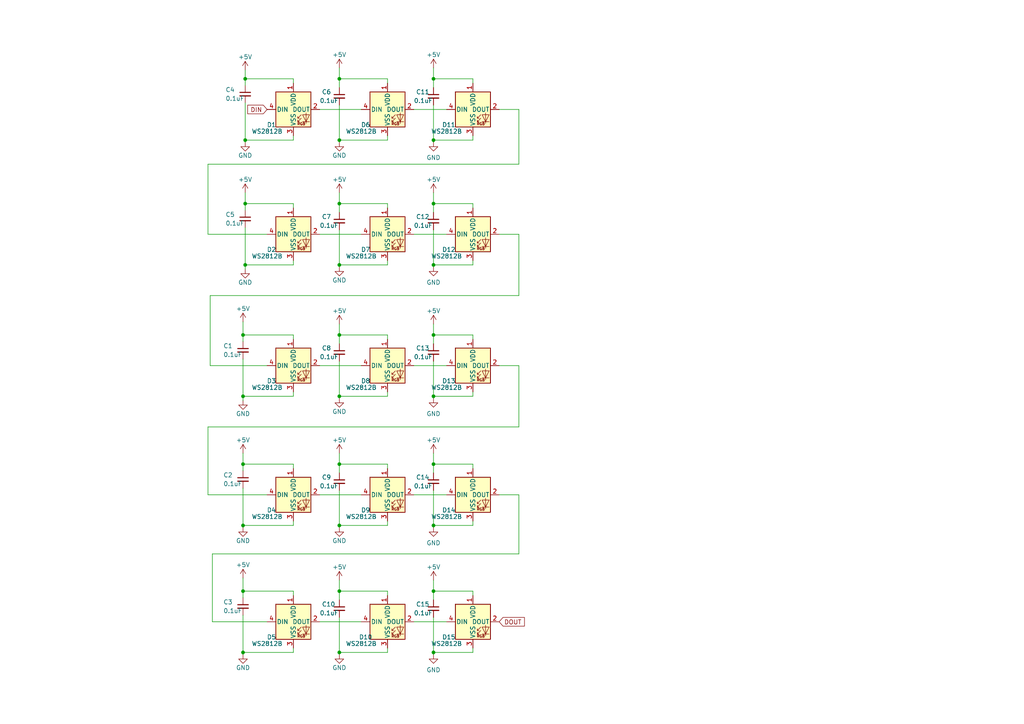
<source format=kicad_sch>
(kicad_sch (version 20230121) (generator eeschema)

  (uuid 99715b6e-d81f-417d-a5ed-a504ec927164)

  (paper "A4")

  (lib_symbols
    (symbol "Device:C_Small" (pin_numbers hide) (pin_names (offset 0.254) hide) (in_bom yes) (on_board yes)
      (property "Reference" "C" (at 0.254 1.778 0)
        (effects (font (size 1.27 1.27)) (justify left))
      )
      (property "Value" "C_Small" (at 0.254 -2.032 0)
        (effects (font (size 1.27 1.27)) (justify left))
      )
      (property "Footprint" "" (at 0 0 0)
        (effects (font (size 1.27 1.27)) hide)
      )
      (property "Datasheet" "~" (at 0 0 0)
        (effects (font (size 1.27 1.27)) hide)
      )
      (property "ki_keywords" "capacitor cap" (at 0 0 0)
        (effects (font (size 1.27 1.27)) hide)
      )
      (property "ki_description" "Unpolarized capacitor, small symbol" (at 0 0 0)
        (effects (font (size 1.27 1.27)) hide)
      )
      (property "ki_fp_filters" "C_*" (at 0 0 0)
        (effects (font (size 1.27 1.27)) hide)
      )
      (symbol "C_Small_0_1"
        (polyline
          (pts
            (xy -1.524 -0.508)
            (xy 1.524 -0.508)
          )
          (stroke (width 0.3302) (type default))
          (fill (type none))
        )
        (polyline
          (pts
            (xy -1.524 0.508)
            (xy 1.524 0.508)
          )
          (stroke (width 0.3048) (type default))
          (fill (type none))
        )
      )
      (symbol "C_Small_1_1"
        (pin passive line (at 0 2.54 270) (length 2.032)
          (name "~" (effects (font (size 1.27 1.27))))
          (number "1" (effects (font (size 1.27 1.27))))
        )
        (pin passive line (at 0 -2.54 90) (length 2.032)
          (name "~" (effects (font (size 1.27 1.27))))
          (number "2" (effects (font (size 1.27 1.27))))
        )
      )
    )
    (symbol "LED:WS2812B" (pin_names (offset 0.254)) (in_bom yes) (on_board yes)
      (property "Reference" "D" (at 5.08 5.715 0)
        (effects (font (size 1.27 1.27)) (justify right bottom))
      )
      (property "Value" "WS2812B" (at 1.27 -5.715 0)
        (effects (font (size 1.27 1.27)) (justify left top))
      )
      (property "Footprint" "LED_SMD:LED_WS2812B_PLCC4_5.0x5.0mm_P3.2mm" (at 1.27 -7.62 0)
        (effects (font (size 1.27 1.27)) (justify left top) hide)
      )
      (property "Datasheet" "https://cdn-shop.adafruit.com/datasheets/WS2812B.pdf" (at 2.54 -9.525 0)
        (effects (font (size 1.27 1.27)) (justify left top) hide)
      )
      (property "ki_keywords" "RGB LED NeoPixel addressable" (at 0 0 0)
        (effects (font (size 1.27 1.27)) hide)
      )
      (property "ki_description" "RGB LED with integrated controller" (at 0 0 0)
        (effects (font (size 1.27 1.27)) hide)
      )
      (property "ki_fp_filters" "LED*WS2812*PLCC*5.0x5.0mm*P3.2mm*" (at 0 0 0)
        (effects (font (size 1.27 1.27)) hide)
      )
      (symbol "WS2812B_0_0"
        (text "RGB" (at 2.286 -4.191 0)
          (effects (font (size 0.762 0.762)))
        )
      )
      (symbol "WS2812B_0_1"
        (polyline
          (pts
            (xy 1.27 -3.556)
            (xy 1.778 -3.556)
          )
          (stroke (width 0) (type default))
          (fill (type none))
        )
        (polyline
          (pts
            (xy 1.27 -2.54)
            (xy 1.778 -2.54)
          )
          (stroke (width 0) (type default))
          (fill (type none))
        )
        (polyline
          (pts
            (xy 4.699 -3.556)
            (xy 2.667 -3.556)
          )
          (stroke (width 0) (type default))
          (fill (type none))
        )
        (polyline
          (pts
            (xy 2.286 -2.54)
            (xy 1.27 -3.556)
            (xy 1.27 -3.048)
          )
          (stroke (width 0) (type default))
          (fill (type none))
        )
        (polyline
          (pts
            (xy 2.286 -1.524)
            (xy 1.27 -2.54)
            (xy 1.27 -2.032)
          )
          (stroke (width 0) (type default))
          (fill (type none))
        )
        (polyline
          (pts
            (xy 3.683 -1.016)
            (xy 3.683 -3.556)
            (xy 3.683 -4.064)
          )
          (stroke (width 0) (type default))
          (fill (type none))
        )
        (polyline
          (pts
            (xy 4.699 -1.524)
            (xy 2.667 -1.524)
            (xy 3.683 -3.556)
            (xy 4.699 -1.524)
          )
          (stroke (width 0) (type default))
          (fill (type none))
        )
        (rectangle (start 5.08 5.08) (end -5.08 -5.08)
          (stroke (width 0.254) (type default))
          (fill (type background))
        )
      )
      (symbol "WS2812B_1_1"
        (pin power_in line (at 0 7.62 270) (length 2.54)
          (name "VDD" (effects (font (size 1.27 1.27))))
          (number "1" (effects (font (size 1.27 1.27))))
        )
        (pin output line (at 7.62 0 180) (length 2.54)
          (name "DOUT" (effects (font (size 1.27 1.27))))
          (number "2" (effects (font (size 1.27 1.27))))
        )
        (pin power_in line (at 0 -7.62 90) (length 2.54)
          (name "VSS" (effects (font (size 1.27 1.27))))
          (number "3" (effects (font (size 1.27 1.27))))
        )
        (pin input line (at -7.62 0 0) (length 2.54)
          (name "DIN" (effects (font (size 1.27 1.27))))
          (number "4" (effects (font (size 1.27 1.27))))
        )
      )
    )
    (symbol "power:+5V" (power) (pin_names (offset 0)) (in_bom yes) (on_board yes)
      (property "Reference" "#PWR" (at 0 -3.81 0)
        (effects (font (size 1.27 1.27)) hide)
      )
      (property "Value" "+5V" (at 0 3.556 0)
        (effects (font (size 1.27 1.27)))
      )
      (property "Footprint" "" (at 0 0 0)
        (effects (font (size 1.27 1.27)) hide)
      )
      (property "Datasheet" "" (at 0 0 0)
        (effects (font (size 1.27 1.27)) hide)
      )
      (property "ki_keywords" "power-flag" (at 0 0 0)
        (effects (font (size 1.27 1.27)) hide)
      )
      (property "ki_description" "Power symbol creates a global label with name \"+5V\"" (at 0 0 0)
        (effects (font (size 1.27 1.27)) hide)
      )
      (symbol "+5V_0_1"
        (polyline
          (pts
            (xy -0.762 1.27)
            (xy 0 2.54)
          )
          (stroke (width 0) (type default))
          (fill (type none))
        )
        (polyline
          (pts
            (xy 0 0)
            (xy 0 2.54)
          )
          (stroke (width 0) (type default))
          (fill (type none))
        )
        (polyline
          (pts
            (xy 0 2.54)
            (xy 0.762 1.27)
          )
          (stroke (width 0) (type default))
          (fill (type none))
        )
      )
      (symbol "+5V_1_1"
        (pin power_in line (at 0 0 90) (length 0) hide
          (name "+5V" (effects (font (size 1.27 1.27))))
          (number "1" (effects (font (size 1.27 1.27))))
        )
      )
    )
    (symbol "power:GND" (power) (pin_names (offset 0)) (in_bom yes) (on_board yes)
      (property "Reference" "#PWR" (at 0 -6.35 0)
        (effects (font (size 1.27 1.27)) hide)
      )
      (property "Value" "GND" (at 0 -3.81 0)
        (effects (font (size 1.27 1.27)))
      )
      (property "Footprint" "" (at 0 0 0)
        (effects (font (size 1.27 1.27)) hide)
      )
      (property "Datasheet" "" (at 0 0 0)
        (effects (font (size 1.27 1.27)) hide)
      )
      (property "ki_keywords" "power-flag" (at 0 0 0)
        (effects (font (size 1.27 1.27)) hide)
      )
      (property "ki_description" "Power symbol creates a global label with name \"GND\" , ground" (at 0 0 0)
        (effects (font (size 1.27 1.27)) hide)
      )
      (symbol "GND_0_1"
        (polyline
          (pts
            (xy 0 0)
            (xy 0 -1.27)
            (xy 1.27 -1.27)
            (xy 0 -2.54)
            (xy -1.27 -1.27)
            (xy 0 -1.27)
          )
          (stroke (width 0) (type default))
          (fill (type none))
        )
      )
      (symbol "GND_1_1"
        (pin power_in line (at 0 0 270) (length 0) hide
          (name "GND" (effects (font (size 1.27 1.27))))
          (number "1" (effects (font (size 1.27 1.27))))
        )
      )
    )
  )

  (junction (at 125.73 189.23) (diameter 0) (color 0 0 0 0)
    (uuid 0517bec8-9b7c-4f10-9979-a13317059537)
  )
  (junction (at 70.485 152.4) (diameter 0) (color 0 0 0 0)
    (uuid 158d042c-25e5-42c0-8c2a-349cebe04572)
  )
  (junction (at 125.73 76.835) (diameter 0) (color 0 0 0 0)
    (uuid 16661643-3b3f-4d53-a13b-29457c63fa4d)
  )
  (junction (at 98.425 59.055) (diameter 0) (color 0 0 0 0)
    (uuid 1bbbc0c2-058f-4126-ac96-89ff61e159c2)
  )
  (junction (at 70.485 134.62) (diameter 0) (color 0 0 0 0)
    (uuid 25e86c11-6a29-4a28-ae3c-30932dc8ab97)
  )
  (junction (at 98.425 189.23) (diameter 0) (color 0 0 0 0)
    (uuid 27e1026a-8564-41bb-bd3d-b226f73d5040)
  )
  (junction (at 98.425 97.155) (diameter 0) (color 0 0 0 0)
    (uuid 2857e36b-0170-4c65-a577-db2cc50ba1ac)
  )
  (junction (at 125.73 40.64) (diameter 0) (color 0 0 0 0)
    (uuid 4215f73a-40e8-4e11-84ae-0b1970129b19)
  )
  (junction (at 98.425 152.4) (diameter 0) (color 0 0 0 0)
    (uuid 4c7a9502-ae26-4741-ac6b-9dd2457b0b10)
  )
  (junction (at 70.485 97.155) (diameter 0) (color 0 0 0 0)
    (uuid 4e55d405-840d-4035-b98e-576447545ef9)
  )
  (junction (at 71.12 22.86) (diameter 0) (color 0 0 0 0)
    (uuid 51a25a98-ab7d-4dcb-a19d-0a08948a08a3)
  )
  (junction (at 98.425 134.62) (diameter 0) (color 0 0 0 0)
    (uuid 58948254-0efb-4856-a539-fbf61ea531ab)
  )
  (junction (at 71.12 76.835) (diameter 0) (color 0 0 0 0)
    (uuid 609bb54e-2181-495a-9c6d-220e59906d91)
  )
  (junction (at 125.73 171.45) (diameter 0) (color 0 0 0 0)
    (uuid 66767f25-4493-4ada-a08c-6c178cfcd7dc)
  )
  (junction (at 125.73 59.055) (diameter 0) (color 0 0 0 0)
    (uuid 67bb6cba-f28b-473c-924d-056a60cecb2e)
  )
  (junction (at 98.425 114.935) (diameter 0) (color 0 0 0 0)
    (uuid 6cc38601-58a7-4f47-a4ef-442e8be00587)
  )
  (junction (at 98.425 40.64) (diameter 0) (color 0 0 0 0)
    (uuid 7ba739b2-67c0-416f-8a98-1ae70c1ba913)
  )
  (junction (at 70.485 114.935) (diameter 0) (color 0 0 0 0)
    (uuid 90743eeb-bb10-4802-a73c-7f242d62aa5f)
  )
  (junction (at 125.73 114.935) (diameter 0) (color 0 0 0 0)
    (uuid 957dab8d-b6b1-4f1e-ab4e-a0db192b577d)
  )
  (junction (at 98.425 22.86) (diameter 0) (color 0 0 0 0)
    (uuid 98c02f7d-85d2-4462-a071-342c3ac423c4)
  )
  (junction (at 125.73 97.155) (diameter 0) (color 0 0 0 0)
    (uuid 9ec447e2-5d8c-4c13-afd3-62fe19b5f7f6)
  )
  (junction (at 125.73 134.62) (diameter 0) (color 0 0 0 0)
    (uuid a14fc71d-4021-4b10-9d83-6a63c5bbc8fa)
  )
  (junction (at 125.73 22.86) (diameter 0) (color 0 0 0 0)
    (uuid aa41d7f9-a294-4d7b-879a-ba4977e62785)
  )
  (junction (at 125.73 152.4) (diameter 0) (color 0 0 0 0)
    (uuid d0b713c4-0d4a-411e-a712-cc59657f9e9c)
  )
  (junction (at 70.485 189.23) (diameter 0) (color 0 0 0 0)
    (uuid d46be662-cde3-465d-b2a4-094626de197a)
  )
  (junction (at 98.425 76.835) (diameter 0) (color 0 0 0 0)
    (uuid d51e3f2d-b231-4c2d-96d4-f5116bcbe825)
  )
  (junction (at 98.425 171.45) (diameter 0) (color 0 0 0 0)
    (uuid df2666e2-0e32-4546-910c-eac4f111672b)
  )
  (junction (at 71.12 40.64) (diameter 0) (color 0 0 0 0)
    (uuid e3608deb-cca9-45ee-bd8c-25a21490be95)
  )
  (junction (at 71.12 59.055) (diameter 0) (color 0 0 0 0)
    (uuid e65feafd-5946-4528-9243-b7f1a9776f11)
  )
  (junction (at 70.485 171.45) (diameter 0) (color 0 0 0 0)
    (uuid f25e48fc-a987-448f-b046-65e4beb98612)
  )

  (wire (pts (xy 137.16 114.935) (xy 137.16 113.665))
    (stroke (width 0) (type default))
    (uuid 0214369c-86f2-4fad-a25d-3ea55795de26)
  )
  (wire (pts (xy 92.71 143.51) (xy 104.775 143.51))
    (stroke (width 0) (type default))
    (uuid 0333ffd5-ca1d-4027-ad13-77c54d4d10a1)
  )
  (wire (pts (xy 98.425 153.035) (xy 98.425 152.4))
    (stroke (width 0) (type default))
    (uuid 036adcb1-b304-4a15-a31f-241dd3d421fc)
  )
  (wire (pts (xy 98.425 168.275) (xy 98.425 171.45))
    (stroke (width 0) (type default))
    (uuid 0442df94-8fbb-44eb-8a74-204705e520e9)
  )
  (wire (pts (xy 92.71 180.34) (xy 104.775 180.34))
    (stroke (width 0) (type default))
    (uuid 04c14abe-4fa5-4947-907d-428447cf2aee)
  )
  (wire (pts (xy 112.395 171.45) (xy 112.395 172.72))
    (stroke (width 0) (type default))
    (uuid 07af4745-21e4-4cfc-9f6c-36dcb12fa96e)
  )
  (wire (pts (xy 125.73 189.23) (xy 137.16 189.23))
    (stroke (width 0) (type default))
    (uuid 0823fe4c-bd7a-4f7c-9203-39ee9ff1fc26)
  )
  (wire (pts (xy 71.12 20.32) (xy 71.12 22.86))
    (stroke (width 0) (type default))
    (uuid 0a121871-d170-4b09-8578-988592bb7b3d)
  )
  (wire (pts (xy 85.09 59.055) (xy 85.09 60.325))
    (stroke (width 0) (type default))
    (uuid 0d2c669f-ea43-41d1-aa3d-91c7ce29fd3b)
  )
  (wire (pts (xy 125.73 61.595) (xy 125.73 59.055))
    (stroke (width 0) (type default))
    (uuid 0e3f76d9-146b-4d39-b651-97b4267c97e8)
  )
  (wire (pts (xy 125.73 137.16) (xy 125.73 134.62))
    (stroke (width 0) (type default))
    (uuid 110ed941-a492-4d0f-9dc1-c8240d0e28bd)
  )
  (wire (pts (xy 71.12 55.88) (xy 71.12 59.055))
    (stroke (width 0) (type default))
    (uuid 122e9dbf-2666-4145-afa2-5ad757f47ab5)
  )
  (wire (pts (xy 70.485 167.64) (xy 70.485 171.45))
    (stroke (width 0) (type default))
    (uuid 12aac049-5ee5-4b7b-83fe-0cd58947f599)
  )
  (wire (pts (xy 120.015 180.34) (xy 129.54 180.34))
    (stroke (width 0) (type default))
    (uuid 13821105-93fb-4578-854f-23181bfb76b0)
  )
  (wire (pts (xy 85.09 22.86) (xy 85.09 24.13))
    (stroke (width 0) (type default))
    (uuid 14b60893-8af8-4210-a33d-0b7c29ef1b43)
  )
  (wire (pts (xy 71.12 40.64) (xy 85.09 40.64))
    (stroke (width 0) (type default))
    (uuid 15389b49-9e05-4721-8c8d-69ff44c4e8a8)
  )
  (wire (pts (xy 92.71 31.75) (xy 104.775 31.75))
    (stroke (width 0) (type default))
    (uuid 171adf09-6251-4b79-8837-876026f12fa9)
  )
  (wire (pts (xy 70.485 153.035) (xy 70.485 152.4))
    (stroke (width 0) (type default))
    (uuid 17709baa-06c4-46bf-a395-47728adc4400)
  )
  (wire (pts (xy 71.12 66.04) (xy 71.12 76.835))
    (stroke (width 0) (type default))
    (uuid 19e727d8-c940-406c-9523-9d20044ca2b1)
  )
  (wire (pts (xy 125.73 114.935) (xy 137.16 114.935))
    (stroke (width 0) (type default))
    (uuid 1a735a7b-19a1-4710-ace5-039bccb9dac9)
  )
  (wire (pts (xy 150.495 67.945) (xy 150.495 85.725))
    (stroke (width 0) (type default))
    (uuid 1bebe291-9b18-4c74-9a95-1f0f7055cda5)
  )
  (wire (pts (xy 125.73 171.45) (xy 137.16 171.45))
    (stroke (width 0) (type default))
    (uuid 1c234002-68ad-4c0a-af0e-645388f267e9)
  )
  (wire (pts (xy 70.485 134.62) (xy 70.485 136.525))
    (stroke (width 0) (type default))
    (uuid 1d5376ac-99d9-498f-9db2-a867b2723990)
  )
  (wire (pts (xy 71.12 76.835) (xy 85.09 76.835))
    (stroke (width 0) (type default))
    (uuid 1d75d1a8-faa3-455d-adac-16a1279c5134)
  )
  (wire (pts (xy 125.73 168.275) (xy 125.73 171.45))
    (stroke (width 0) (type default))
    (uuid 1db7b57f-590c-4273-b699-ed1b0e720f6d)
  )
  (wire (pts (xy 150.495 123.825) (xy 60.325 123.825))
    (stroke (width 0) (type default))
    (uuid 1e182e00-fd1d-4317-aa14-c366a391ad7c)
  )
  (wire (pts (xy 137.16 76.835) (xy 137.16 75.565))
    (stroke (width 0) (type default))
    (uuid 1e36c22c-6107-4580-8abe-ab65eb842d21)
  )
  (wire (pts (xy 61.595 160.655) (xy 61.595 180.34))
    (stroke (width 0) (type default))
    (uuid 1e8b81f0-b70b-4df1-9b71-159f09dcc7f2)
  )
  (wire (pts (xy 125.73 179.07) (xy 125.73 189.23))
    (stroke (width 0) (type default))
    (uuid 1fd9369d-1afc-472d-acb9-52ba3d59423a)
  )
  (wire (pts (xy 98.425 179.07) (xy 98.425 189.23))
    (stroke (width 0) (type default))
    (uuid 1fe6a3b2-6587-418d-8e2b-9db2ed39b582)
  )
  (wire (pts (xy 125.73 97.155) (xy 137.16 97.155))
    (stroke (width 0) (type default))
    (uuid 2123ff78-a9ba-4159-9b81-58a3067931a6)
  )
  (wire (pts (xy 98.425 134.62) (xy 98.425 137.16))
    (stroke (width 0) (type default))
    (uuid 248837ba-97ad-44ea-b937-17a70bad0b14)
  )
  (wire (pts (xy 92.71 67.945) (xy 104.775 67.945))
    (stroke (width 0) (type default))
    (uuid 273453e7-f7ed-40cb-9efe-8703c1f03a71)
  )
  (wire (pts (xy 137.16 97.155) (xy 137.16 98.425))
    (stroke (width 0) (type default))
    (uuid 2c610e25-422a-466f-819d-16b3cb97db47)
  )
  (wire (pts (xy 98.425 59.055) (xy 98.425 61.595))
    (stroke (width 0) (type default))
    (uuid 2c70e01f-f78c-472c-8875-3ce94ac1bc5c)
  )
  (wire (pts (xy 71.12 22.86) (xy 71.12 24.765))
    (stroke (width 0) (type default))
    (uuid 2f49d7a5-9c57-44e9-b49e-7eb29faaac2c)
  )
  (wire (pts (xy 120.015 106.045) (xy 129.54 106.045))
    (stroke (width 0) (type default))
    (uuid 2ffb3bda-8001-401f-b5f3-b9508c29741c)
  )
  (wire (pts (xy 98.425 171.45) (xy 98.425 173.99))
    (stroke (width 0) (type default))
    (uuid 33e9dc2c-8761-4234-94ca-93ab3a77e952)
  )
  (wire (pts (xy 137.16 189.23) (xy 137.16 187.96))
    (stroke (width 0) (type default))
    (uuid 33ea1c16-6b6e-4058-87e3-1c64ee1cb839)
  )
  (wire (pts (xy 150.495 31.75) (xy 150.495 47.625))
    (stroke (width 0) (type default))
    (uuid 34500c98-cbfb-4145-8645-561cd2acd548)
  )
  (wire (pts (xy 125.73 40.64) (xy 137.16 40.64))
    (stroke (width 0) (type default))
    (uuid 3588d381-9014-48d9-ad40-054d1e67c3b0)
  )
  (wire (pts (xy 98.425 19.685) (xy 98.425 22.86))
    (stroke (width 0) (type default))
    (uuid 375acecd-1021-46b9-abd8-f187bbbaf075)
  )
  (wire (pts (xy 98.425 55.88) (xy 98.425 59.055))
    (stroke (width 0) (type default))
    (uuid 38bb414e-5c2b-45ec-864e-aaca0028b2e3)
  )
  (wire (pts (xy 98.425 104.775) (xy 98.425 114.935))
    (stroke (width 0) (type default))
    (uuid 3bf458b6-b18c-4314-821e-a5b700f291d2)
  )
  (wire (pts (xy 98.425 40.64) (xy 112.395 40.64))
    (stroke (width 0) (type default))
    (uuid 3c879af3-f110-49e9-93d1-d9f317796771)
  )
  (wire (pts (xy 112.395 59.055) (xy 112.395 60.325))
    (stroke (width 0) (type default))
    (uuid 3d432ae2-a8b7-4878-a0ad-97c763221fbe)
  )
  (wire (pts (xy 112.395 97.155) (xy 98.425 97.155))
    (stroke (width 0) (type default))
    (uuid 3e547088-96df-41f4-97fe-1009c4ac015e)
  )
  (wire (pts (xy 150.495 85.725) (xy 60.96 85.725))
    (stroke (width 0) (type default))
    (uuid 402fbdff-0129-4b83-8cb7-a56feab9d6ac)
  )
  (wire (pts (xy 71.12 29.845) (xy 71.12 40.64))
    (stroke (width 0) (type default))
    (uuid 46c3416d-9efc-4510-ac80-1765761e4a85)
  )
  (wire (pts (xy 98.425 189.23) (xy 112.395 189.23))
    (stroke (width 0) (type default))
    (uuid 4d978267-569e-4f8c-8e58-9f6ac303f90e)
  )
  (wire (pts (xy 120.015 143.51) (xy 129.54 143.51))
    (stroke (width 0) (type default))
    (uuid 4da6804f-51e7-4f44-a636-9259ff6cfc59)
  )
  (wire (pts (xy 125.73 99.695) (xy 125.73 97.155))
    (stroke (width 0) (type default))
    (uuid 4e1a72ce-411b-4684-9196-2ab752b143b6)
  )
  (wire (pts (xy 137.16 152.4) (xy 137.16 151.13))
    (stroke (width 0) (type default))
    (uuid 4ee928ae-eeae-4069-9d2a-413adf4f41f8)
  )
  (wire (pts (xy 85.09 97.155) (xy 85.09 98.425))
    (stroke (width 0) (type default))
    (uuid 4f6ff7b7-4da0-40b5-8973-0a6465514724)
  )
  (wire (pts (xy 98.425 77.47) (xy 98.425 76.835))
    (stroke (width 0) (type default))
    (uuid 508075f7-fdad-415d-8c85-f052e90fe08f)
  )
  (wire (pts (xy 125.73 152.4) (xy 137.16 152.4))
    (stroke (width 0) (type default))
    (uuid 510ef7d6-2d9f-48c5-a317-d436204fe174)
  )
  (wire (pts (xy 70.485 178.435) (xy 70.485 189.23))
    (stroke (width 0) (type default))
    (uuid 5237f3ad-d471-4491-af8a-28a3f19a1568)
  )
  (wire (pts (xy 70.485 104.14) (xy 70.485 114.935))
    (stroke (width 0) (type default))
    (uuid 5245a2f3-ec29-4642-b6df-370c1c5eed6b)
  )
  (wire (pts (xy 98.425 97.155) (xy 98.425 99.695))
    (stroke (width 0) (type default))
    (uuid 5267d682-a28b-4b45-b5e8-7d95b8e59ebb)
  )
  (wire (pts (xy 125.73 104.775) (xy 125.73 114.935))
    (stroke (width 0) (type default))
    (uuid 55ce6ca5-d7d0-4650-9dd8-f136bf911b27)
  )
  (wire (pts (xy 71.12 41.275) (xy 71.12 40.64))
    (stroke (width 0) (type default))
    (uuid 5734f41e-eeac-4ea7-a496-f92cc3c14a9f)
  )
  (wire (pts (xy 137.16 40.64) (xy 137.16 39.37))
    (stroke (width 0) (type default))
    (uuid 5800126b-4d8a-4010-a843-e2f72a84a023)
  )
  (wire (pts (xy 70.485 131.445) (xy 70.485 134.62))
    (stroke (width 0) (type default))
    (uuid 5892c09b-23e2-4b53-a0ed-db3f345fed25)
  )
  (wire (pts (xy 120.015 67.945) (xy 129.54 67.945))
    (stroke (width 0) (type default))
    (uuid 5a1a8796-2747-4e1c-aa3a-6a43fcc057d0)
  )
  (wire (pts (xy 125.73 76.835) (xy 125.73 77.47))
    (stroke (width 0) (type default))
    (uuid 5a6adfe8-9d8b-4b79-b592-902362894c1c)
  )
  (wire (pts (xy 112.395 171.45) (xy 98.425 171.45))
    (stroke (width 0) (type default))
    (uuid 5c4880fe-4b1b-4109-bd77-25c9a5a1cc69)
  )
  (wire (pts (xy 85.09 152.4) (xy 85.09 151.13))
    (stroke (width 0) (type default))
    (uuid 5d392b68-073c-47c1-8ec9-f2f577d88e29)
  )
  (wire (pts (xy 85.09 171.45) (xy 85.09 172.72))
    (stroke (width 0) (type default))
    (uuid 5fcbd347-a773-4f74-a867-2de6154b5f1e)
  )
  (wire (pts (xy 125.73 55.88) (xy 125.73 59.055))
    (stroke (width 0) (type default))
    (uuid 628bc1fc-4497-4eef-a6f0-4000d2e8321f)
  )
  (wire (pts (xy 98.425 93.98) (xy 98.425 97.155))
    (stroke (width 0) (type default))
    (uuid 62af1574-fc1a-4e75-8ce7-956f3fada04d)
  )
  (wire (pts (xy 85.09 40.64) (xy 85.09 39.37))
    (stroke (width 0) (type default))
    (uuid 63c7db7c-e98a-4517-b6c0-73aea5894de4)
  )
  (wire (pts (xy 85.09 76.835) (xy 85.09 75.565))
    (stroke (width 0) (type default))
    (uuid 6666e0af-48ea-4906-9936-e388c25575e3)
  )
  (wire (pts (xy 98.425 131.445) (xy 98.425 134.62))
    (stroke (width 0) (type default))
    (uuid 689658c4-e5ad-480f-8746-d09ef035899a)
  )
  (wire (pts (xy 70.485 189.865) (xy 70.485 189.23))
    (stroke (width 0) (type default))
    (uuid 689db41b-32f1-4ebd-a60a-c7c0e3c81301)
  )
  (wire (pts (xy 112.395 59.055) (xy 98.425 59.055))
    (stroke (width 0) (type default))
    (uuid 6a7c0dd5-9efa-441d-a5ac-def155ea199f)
  )
  (wire (pts (xy 98.425 142.24) (xy 98.425 152.4))
    (stroke (width 0) (type default))
    (uuid 6bd6fad4-42fa-4850-b07a-9c0ed117ce6d)
  )
  (wire (pts (xy 98.425 76.835) (xy 112.395 76.835))
    (stroke (width 0) (type default))
    (uuid 6fe1ef81-18f1-45d6-816c-f874bf128652)
  )
  (wire (pts (xy 60.325 123.825) (xy 60.325 143.51))
    (stroke (width 0) (type default))
    (uuid 6ffaffa5-ce45-4fa4-9089-fd6fe10a3026)
  )
  (wire (pts (xy 85.09 22.86) (xy 71.12 22.86))
    (stroke (width 0) (type default))
    (uuid 70904c75-b9f0-4d45-a920-bc1ac7180917)
  )
  (wire (pts (xy 120.015 31.75) (xy 129.54 31.75))
    (stroke (width 0) (type default))
    (uuid 71ee5dad-78e1-40e1-97e0-21a16d5234c7)
  )
  (wire (pts (xy 98.425 115.57) (xy 98.425 114.935))
    (stroke (width 0) (type default))
    (uuid 7303f42d-938e-4e31-a8ca-5ca994f8f476)
  )
  (wire (pts (xy 98.425 66.675) (xy 98.425 76.835))
    (stroke (width 0) (type default))
    (uuid 734c2b32-6208-477a-9cf6-c8702648b16c)
  )
  (wire (pts (xy 125.73 114.935) (xy 125.73 115.57))
    (stroke (width 0) (type default))
    (uuid 751f800b-a023-449a-8b9e-74fdfa4a5b3b)
  )
  (wire (pts (xy 150.495 106.045) (xy 150.495 123.825))
    (stroke (width 0) (type default))
    (uuid 79d37b9d-9a43-4061-8631-577b309460c2)
  )
  (wire (pts (xy 112.395 40.64) (xy 112.395 39.37))
    (stroke (width 0) (type default))
    (uuid 7b1516cd-0fe1-4763-8e90-3d571adf1e85)
  )
  (wire (pts (xy 70.485 114.935) (xy 85.09 114.935))
    (stroke (width 0) (type default))
    (uuid 7c1fc9bf-7977-497f-baca-44f8a5033553)
  )
  (wire (pts (xy 60.96 85.725) (xy 60.96 106.045))
    (stroke (width 0) (type default))
    (uuid 7e25673d-7f81-4a38-b749-8ec47fc382d1)
  )
  (wire (pts (xy 112.395 76.835) (xy 112.395 75.565))
    (stroke (width 0) (type default))
    (uuid 7eabbef7-b4b9-443e-837d-16edeb97ba59)
  )
  (wire (pts (xy 70.485 97.155) (xy 70.485 99.06))
    (stroke (width 0) (type default))
    (uuid 829b9ef7-5f65-4899-b9d5-5803502a3786)
  )
  (wire (pts (xy 98.425 189.865) (xy 98.425 189.23))
    (stroke (width 0) (type default))
    (uuid 8863294d-7114-4abe-a23f-68f353b15483)
  )
  (wire (pts (xy 85.09 114.935) (xy 85.09 113.665))
    (stroke (width 0) (type default))
    (uuid 89cff696-f868-4d45-8dfd-4e61c0a11246)
  )
  (wire (pts (xy 125.73 19.685) (xy 125.73 22.86))
    (stroke (width 0) (type default))
    (uuid 8a3fb12e-607a-44aa-8b1d-6fb66a5059e8)
  )
  (wire (pts (xy 112.395 134.62) (xy 112.395 135.89))
    (stroke (width 0) (type default))
    (uuid 8aceee3b-d4c8-4236-bce3-4d26e29fbf6f)
  )
  (wire (pts (xy 144.78 143.51) (xy 150.495 143.51))
    (stroke (width 0) (type default))
    (uuid 8cacc566-a450-4fa2-ae9b-0f8e69db8952)
  )
  (wire (pts (xy 137.16 171.45) (xy 137.16 172.72))
    (stroke (width 0) (type default))
    (uuid 911f7d38-96f1-4417-a31d-ea86e3a5c020)
  )
  (wire (pts (xy 125.73 93.98) (xy 125.73 97.155))
    (stroke (width 0) (type default))
    (uuid 91425b13-ea6b-42e7-9d16-66fd5b187cdd)
  )
  (wire (pts (xy 125.73 25.4) (xy 125.73 22.86))
    (stroke (width 0) (type default))
    (uuid 93aff947-f4a8-4291-b351-23f1a1e19666)
  )
  (wire (pts (xy 112.395 22.86) (xy 112.395 24.13))
    (stroke (width 0) (type default))
    (uuid 95af897c-08be-4d12-8d73-cf36ebbfb8c1)
  )
  (wire (pts (xy 144.78 31.75) (xy 150.495 31.75))
    (stroke (width 0) (type default))
    (uuid 95f93afa-4267-465a-a0b7-529406ba6d30)
  )
  (wire (pts (xy 70.485 141.605) (xy 70.485 152.4))
    (stroke (width 0) (type default))
    (uuid 966e1a20-081d-45ad-a544-f08e4162088e)
  )
  (wire (pts (xy 112.395 22.86) (xy 98.425 22.86))
    (stroke (width 0) (type default))
    (uuid 97b66dc3-d7a7-4c0a-bb6f-bded58846573)
  )
  (wire (pts (xy 125.73 30.48) (xy 125.73 40.64))
    (stroke (width 0) (type default))
    (uuid 99929c1c-2eb9-4d0b-a4f1-752660b73925)
  )
  (wire (pts (xy 98.425 41.275) (xy 98.425 40.64))
    (stroke (width 0) (type default))
    (uuid 9a280397-12d3-4d35-a1f0-0981c324cda6)
  )
  (wire (pts (xy 85.09 134.62) (xy 85.09 135.89))
    (stroke (width 0) (type default))
    (uuid 9bf2d34b-3d7b-46c8-a316-e52c662201f0)
  )
  (wire (pts (xy 92.71 106.045) (xy 104.775 106.045))
    (stroke (width 0) (type default))
    (uuid 9d79cba6-45cd-4891-989f-efffb6e21112)
  )
  (wire (pts (xy 144.78 106.045) (xy 150.495 106.045))
    (stroke (width 0) (type default))
    (uuid 9d99fb75-5cd6-4038-905e-9145777b7478)
  )
  (wire (pts (xy 70.485 171.45) (xy 70.485 173.355))
    (stroke (width 0) (type default))
    (uuid a3adb2fb-309b-4305-84d9-c6c85957dac0)
  )
  (wire (pts (xy 137.16 22.86) (xy 137.16 24.13))
    (stroke (width 0) (type default))
    (uuid a47b6314-36f6-4187-85d3-40675a1646eb)
  )
  (wire (pts (xy 70.485 152.4) (xy 85.09 152.4))
    (stroke (width 0) (type default))
    (uuid a7386ca7-a642-4558-926a-19fe10c00758)
  )
  (wire (pts (xy 85.09 134.62) (xy 70.485 134.62))
    (stroke (width 0) (type default))
    (uuid aa0949db-dcce-4e09-84d2-25469719debd)
  )
  (wire (pts (xy 125.73 173.99) (xy 125.73 171.45))
    (stroke (width 0) (type default))
    (uuid af12a054-2c13-44ae-b4a6-bfbe4c28743c)
  )
  (wire (pts (xy 112.395 152.4) (xy 112.395 151.13))
    (stroke (width 0) (type default))
    (uuid b0cfb455-b69c-4ee1-a6be-7f44db9a37ca)
  )
  (wire (pts (xy 137.16 134.62) (xy 137.16 135.89))
    (stroke (width 0) (type default))
    (uuid b28e89b2-2a68-4984-a840-8dea0ebeb34d)
  )
  (wire (pts (xy 98.425 114.935) (xy 112.395 114.935))
    (stroke (width 0) (type default))
    (uuid b2c7052e-7c3e-4758-85f6-86f992f38874)
  )
  (wire (pts (xy 137.16 59.055) (xy 137.16 60.325))
    (stroke (width 0) (type default))
    (uuid b568d1b0-24a8-497e-b0e8-bc0b946c9abc)
  )
  (wire (pts (xy 98.425 22.86) (xy 98.425 25.4))
    (stroke (width 0) (type default))
    (uuid b604567a-cad7-42b5-aae7-7821fc4574d6)
  )
  (wire (pts (xy 150.495 143.51) (xy 150.495 160.655))
    (stroke (width 0) (type default))
    (uuid b66fd411-99d8-478d-8765-338cca465fe1)
  )
  (wire (pts (xy 60.96 106.045) (xy 77.47 106.045))
    (stroke (width 0) (type default))
    (uuid b7246625-82d7-4018-8623-a4af7c2a430d)
  )
  (wire (pts (xy 71.12 59.055) (xy 85.09 59.055))
    (stroke (width 0) (type default))
    (uuid bd953f2f-5ad0-4905-97de-deb20fa3ad64)
  )
  (wire (pts (xy 85.09 171.45) (xy 70.485 171.45))
    (stroke (width 0) (type default))
    (uuid c1adda8a-f35f-4221-b041-611c250f3563)
  )
  (wire (pts (xy 85.09 189.23) (xy 85.09 187.96))
    (stroke (width 0) (type default))
    (uuid c1cb524d-42a6-402b-994a-f46f788a1ac2)
  )
  (wire (pts (xy 70.485 93.345) (xy 70.485 97.155))
    (stroke (width 0) (type default))
    (uuid c3770035-e849-419f-80d0-4cfd9a5c332a)
  )
  (wire (pts (xy 150.495 160.655) (xy 61.595 160.655))
    (stroke (width 0) (type default))
    (uuid c6040482-2886-4754-82a5-850c3154dedc)
  )
  (wire (pts (xy 125.73 131.445) (xy 125.73 134.62))
    (stroke (width 0) (type default))
    (uuid c781781d-45e5-4a36-9db2-6995e18cb415)
  )
  (wire (pts (xy 70.485 189.23) (xy 85.09 189.23))
    (stroke (width 0) (type default))
    (uuid c8488cdf-41db-4ce2-a20c-563b0432005b)
  )
  (wire (pts (xy 60.325 67.945) (xy 77.47 67.945))
    (stroke (width 0) (type default))
    (uuid c92e837d-c0b3-42d8-b8c9-3353cb234d24)
  )
  (wire (pts (xy 112.395 97.155) (xy 112.395 98.425))
    (stroke (width 0) (type default))
    (uuid cfac2f05-90b0-4c47-9915-185772bf95bd)
  )
  (wire (pts (xy 71.12 59.055) (xy 71.12 60.96))
    (stroke (width 0) (type default))
    (uuid d15b5485-67f8-49e4-9ad3-1f44a33a2734)
  )
  (wire (pts (xy 125.73 22.86) (xy 137.16 22.86))
    (stroke (width 0) (type default))
    (uuid d48f40f9-c70b-4461-8129-48719e46fecc)
  )
  (wire (pts (xy 125.73 134.62) (xy 137.16 134.62))
    (stroke (width 0) (type default))
    (uuid d5272a80-575e-402e-a231-60b8a90ea45d)
  )
  (wire (pts (xy 70.485 114.935) (xy 70.485 116.205))
    (stroke (width 0) (type default))
    (uuid d90e6368-c540-4632-95f1-569530074012)
  )
  (wire (pts (xy 112.395 114.935) (xy 112.395 113.665))
    (stroke (width 0) (type default))
    (uuid dcc31292-da8e-4303-8e45-76006c77108d)
  )
  (wire (pts (xy 98.425 152.4) (xy 112.395 152.4))
    (stroke (width 0) (type default))
    (uuid dffcf8a9-026b-479b-896f-d8390a743148)
  )
  (wire (pts (xy 85.09 97.155) (xy 70.485 97.155))
    (stroke (width 0) (type default))
    (uuid e0a5bcbe-ba36-40db-b17b-369be19e6e09)
  )
  (wire (pts (xy 144.78 67.945) (xy 150.495 67.945))
    (stroke (width 0) (type default))
    (uuid e1ad169a-f84e-4729-865a-2b2e9660a6e8)
  )
  (wire (pts (xy 61.595 180.34) (xy 77.47 180.34))
    (stroke (width 0) (type default))
    (uuid e2659f4f-fa27-4cc6-b661-394cf170061a)
  )
  (wire (pts (xy 125.73 152.4) (xy 125.73 153.035))
    (stroke (width 0) (type default))
    (uuid e3a26de3-06d5-479a-9dad-b756f4acd197)
  )
  (wire (pts (xy 60.325 143.51) (xy 77.47 143.51))
    (stroke (width 0) (type default))
    (uuid e73d971a-e050-4794-a0ae-33997d09f948)
  )
  (wire (pts (xy 112.395 134.62) (xy 98.425 134.62))
    (stroke (width 0) (type default))
    (uuid e84507bd-9022-4b87-b80b-65414f47ac24)
  )
  (wire (pts (xy 125.73 76.835) (xy 137.16 76.835))
    (stroke (width 0) (type default))
    (uuid e885466f-f627-4cf2-8610-83000a4334cc)
  )
  (wire (pts (xy 71.12 78.105) (xy 71.12 76.835))
    (stroke (width 0) (type default))
    (uuid ea5cd69e-5918-4c74-8523-48ead990efb9)
  )
  (wire (pts (xy 112.395 189.23) (xy 112.395 187.96))
    (stroke (width 0) (type default))
    (uuid ee7834ce-6db7-4809-9297-4087e33d4e93)
  )
  (wire (pts (xy 125.73 66.675) (xy 125.73 76.835))
    (stroke (width 0) (type default))
    (uuid f0226bc1-b62a-4a35-8c8a-553ffc8ee107)
  )
  (wire (pts (xy 125.73 189.23) (xy 125.73 189.865))
    (stroke (width 0) (type default))
    (uuid f13963dc-ed17-4955-a017-8f80acd54480)
  )
  (wire (pts (xy 98.425 30.48) (xy 98.425 40.64))
    (stroke (width 0) (type default))
    (uuid f418557b-d1ed-4bd5-a626-e78d9ebb7cde)
  )
  (wire (pts (xy 125.73 142.24) (xy 125.73 152.4))
    (stroke (width 0) (type default))
    (uuid f6efe101-b15d-4951-bfde-f80d015f0458)
  )
  (wire (pts (xy 150.495 47.625) (xy 60.325 47.625))
    (stroke (width 0) (type default))
    (uuid f700e84b-4f53-4ed2-b4f7-b4ea6fc1505f)
  )
  (wire (pts (xy 125.73 59.055) (xy 137.16 59.055))
    (stroke (width 0) (type default))
    (uuid f8460ba3-2c2e-4ff1-9d90-c7ed0e047181)
  )
  (wire (pts (xy 60.325 47.625) (xy 60.325 67.945))
    (stroke (width 0) (type default))
    (uuid faed86fc-9740-4843-b487-0b4e68b73f39)
  )
  (wire (pts (xy 125.73 40.64) (xy 125.73 41.275))
    (stroke (width 0) (type default))
    (uuid fc7859f5-72d3-4224-845f-ea2036011478)
  )

  (global_label "DIN" (shape input) (at 77.47 31.75 180) (fields_autoplaced)
    (effects (font (size 1.27 1.27)) (justify right))
    (uuid 37bf849b-f311-438e-b179-e93ea428c1c4)
    (property "Intersheetrefs" "${INTERSHEET_REFS}" (at 71.3589 31.75 0)
      (effects (font (size 1.27 1.27)) (justify right) hide)
    )
  )
  (global_label "DOUT" (shape input) (at 144.78 180.34 0) (fields_autoplaced)
    (effects (font (size 1.27 1.27)) (justify left))
    (uuid a72a5192-6c79-4da7-9f30-e82a9a8f9c13)
    (property "Intersheetrefs" "${INTERSHEET_REFS}" (at 152.5844 180.34 0)
      (effects (font (size 1.27 1.27)) (justify left) hide)
    )
  )

  (symbol (lib_id "power:GND") (at 70.485 116.205 0) (unit 1)
    (in_bom yes) (on_board yes) (dnp no)
    (uuid 0045cbab-680e-4496-9874-32912ee35e2f)
    (property "Reference" "#PWR02" (at 70.485 122.555 0)
      (effects (font (size 1.27 1.27)) hide)
    )
    (property "Value" "GND" (at 70.485 120.015 0)
      (effects (font (size 1.27 1.27)))
    )
    (property "Footprint" "" (at 70.485 116.205 0)
      (effects (font (size 1.27 1.27)) hide)
    )
    (property "Datasheet" "" (at 70.485 116.205 0)
      (effects (font (size 1.27 1.27)) hide)
    )
    (pin "1" (uuid 576b7b60-a0a7-4c2f-8013-04f8223ed4b5))
    (instances
      (project "0003_RGB_Module_WS2812"
        (path "/99715b6e-d81f-417d-a5ed-a504ec927164"
          (reference "#PWR02") (unit 1)
        )
      )
      (project "0003_RGB_Module"
        (path "/c9cb7c53-2c66-4374-831d-7016d29a1e29"
          (reference "#PWR011") (unit 1)
        )
      )
    )
  )

  (symbol (lib_id "power:+5V") (at 71.12 55.88 0) (unit 1)
    (in_bom yes) (on_board yes) (dnp no)
    (uuid 00bd5c14-7ebb-481d-a77c-cd7cbb77b5dc)
    (property "Reference" "#PWR09" (at 71.12 59.69 0)
      (effects (font (size 1.27 1.27)) hide)
    )
    (property "Value" "+5V" (at 71.12 52.07 0)
      (effects (font (size 1.27 1.27)))
    )
    (property "Footprint" "" (at 71.12 55.88 0)
      (effects (font (size 1.27 1.27)) hide)
    )
    (property "Datasheet" "" (at 71.12 55.88 0)
      (effects (font (size 1.27 1.27)) hide)
    )
    (pin "1" (uuid 1012eef8-88fd-4c95-be6c-0aa4c0660a84))
    (instances
      (project "0003_RGB_Module_WS2812"
        (path "/99715b6e-d81f-417d-a5ed-a504ec927164"
          (reference "#PWR09") (unit 1)
        )
      )
      (project "0003_RGB_Module"
        (path "/c9cb7c53-2c66-4374-831d-7016d29a1e29"
          (reference "#PWR04") (unit 1)
        )
      )
    )
  )

  (symbol (lib_id "power:+5V") (at 98.425 55.88 0) (unit 1)
    (in_bom yes) (on_board yes) (dnp no)
    (uuid 040ddf0a-db6e-4104-856e-9969d6f5cd61)
    (property "Reference" "#PWR013" (at 98.425 59.69 0)
      (effects (font (size 1.27 1.27)) hide)
    )
    (property "Value" "+5V" (at 98.425 52.07 0)
      (effects (font (size 1.27 1.27)))
    )
    (property "Footprint" "" (at 98.425 55.88 0)
      (effects (font (size 1.27 1.27)) hide)
    )
    (property "Datasheet" "" (at 98.425 55.88 0)
      (effects (font (size 1.27 1.27)) hide)
    )
    (pin "1" (uuid 0b963368-f009-4f74-86b0-9aadf8f81e43))
    (instances
      (project "0003_RGB_Module_WS2812"
        (path "/99715b6e-d81f-417d-a5ed-a504ec927164"
          (reference "#PWR013") (unit 1)
        )
      )
      (project "0003_RGB_Module"
        (path "/c9cb7c53-2c66-4374-831d-7016d29a1e29"
          (reference "#PWR06") (unit 1)
        )
      )
    )
  )

  (symbol (lib_id "Device:C_Small") (at 70.485 139.065 0) (unit 1)
    (in_bom yes) (on_board yes) (dnp no)
    (uuid 0eacec42-069b-4161-aa64-dbd10d2411ac)
    (property "Reference" "C2" (at 64.77 137.795 0)
      (effects (font (size 1.27 1.27)) (justify left))
    )
    (property "Value" "0.1uF" (at 64.77 140.335 0)
      (effects (font (size 1.27 1.27)) (justify left))
    )
    (property "Footprint" "" (at 70.485 139.065 0)
      (effects (font (size 1.27 1.27)) hide)
    )
    (property "Datasheet" "~" (at 70.485 139.065 0)
      (effects (font (size 1.27 1.27)) hide)
    )
    (pin "1" (uuid 6d3b2951-df7d-4b23-a878-b11e487ac3f5))
    (pin "2" (uuid b211fc4f-ff0f-45d6-b235-d5229286f1dc))
    (instances
      (project "0003_RGB_Module_WS2812"
        (path "/99715b6e-d81f-417d-a5ed-a504ec927164"
          (reference "C2") (unit 1)
        )
      )
      (project "0003_RGB_Module"
        (path "/c9cb7c53-2c66-4374-831d-7016d29a1e29"
          (reference "C10") (unit 1)
        )
      )
    )
  )

  (symbol (lib_id "Device:C_Small") (at 70.485 175.895 0) (unit 1)
    (in_bom yes) (on_board yes) (dnp no)
    (uuid 0f0d3b64-5ca4-423f-8d27-7f78c910855a)
    (property "Reference" "C3" (at 64.77 174.625 0)
      (effects (font (size 1.27 1.27)) (justify left))
    )
    (property "Value" "0.1uF" (at 64.77 177.165 0)
      (effects (font (size 1.27 1.27)) (justify left))
    )
    (property "Footprint" "" (at 70.485 175.895 0)
      (effects (font (size 1.27 1.27)) hide)
    )
    (property "Datasheet" "~" (at 70.485 175.895 0)
      (effects (font (size 1.27 1.27)) hide)
    )
    (pin "1" (uuid d592f839-0e4e-469c-a127-09178fcb2a94))
    (pin "2" (uuid 438f301d-a9fa-429b-98ea-d6be90b1bf6c))
    (instances
      (project "0003_RGB_Module_WS2812"
        (path "/99715b6e-d81f-417d-a5ed-a504ec927164"
          (reference "C3") (unit 1)
        )
      )
      (project "0003_RGB_Module"
        (path "/c9cb7c53-2c66-4374-831d-7016d29a1e29"
          (reference "C13") (unit 1)
        )
      )
    )
  )

  (symbol (lib_id "LED:WS2812B") (at 85.09 31.75 0) (unit 1)
    (in_bom yes) (on_board yes) (dnp no)
    (uuid 13f48ba1-03e6-4a68-88ec-a0d9d9ee0f6d)
    (property "Reference" "D1" (at 78.74 36.195 0)
      (effects (font (size 1.27 1.27)))
    )
    (property "Value" "WS2812B" (at 77.47 38.1 0)
      (effects (font (size 1.27 1.27)))
    )
    (property "Footprint" "LED_SMD:LED_WS2812B_PLCC4_5.0x5.0mm_P3.2mm" (at 86.36 39.37 0)
      (effects (font (size 1.27 1.27)) (justify left top) hide)
    )
    (property "Datasheet" "https://cdn-shop.adafruit.com/datasheets/WS2812B.pdf" (at 87.63 41.275 0)
      (effects (font (size 1.27 1.27)) (justify left top) hide)
    )
    (pin "1" (uuid 00a6f61f-be81-43e5-b075-feef30e34864))
    (pin "2" (uuid 12757e3a-dcff-48a5-b2b8-0af335fd18f1))
    (pin "3" (uuid 45777278-551e-43be-86d0-f49d885f2e8e))
    (pin "4" (uuid 8013bb82-2c49-4ff3-b8f6-df0ff6be8521))
    (instances
      (project "0003_RGB_Module_WS2812"
        (path "/99715b6e-d81f-417d-a5ed-a504ec927164"
          (reference "D1") (unit 1)
        )
      )
      (project "0003_RGB_Module"
        (path "/c9cb7c53-2c66-4374-831d-7016d29a1e29"
          (reference "D1") (unit 1)
        )
      )
    )
  )

  (symbol (lib_id "power:+5V") (at 125.73 168.275 0) (unit 1)
    (in_bom yes) (on_board yes) (dnp no)
    (uuid 1f80abb0-6a03-48ef-b04a-9efce2981cf2)
    (property "Reference" "#PWR029" (at 125.73 172.085 0)
      (effects (font (size 1.27 1.27)) hide)
    )
    (property "Value" "+5V" (at 125.73 164.465 0)
      (effects (font (size 1.27 1.27)))
    )
    (property "Footprint" "" (at 125.73 168.275 0)
      (effects (font (size 1.27 1.27)) hide)
    )
    (property "Datasheet" "" (at 125.73 168.275 0)
      (effects (font (size 1.27 1.27)) hide)
    )
    (pin "1" (uuid 3f7db078-2696-41bc-aff0-e73f503295b4))
    (instances
      (project "0003_RGB_Module_WS2812"
        (path "/99715b6e-d81f-417d-a5ed-a504ec927164"
          (reference "#PWR029") (unit 1)
        )
      )
      (project "0003_RGB_Module"
        (path "/c9cb7c53-2c66-4374-831d-7016d29a1e29"
          (reference "#PWR029") (unit 1)
        )
      )
    )
  )

  (symbol (lib_id "LED:WS2812B") (at 85.09 106.045 0) (unit 1)
    (in_bom yes) (on_board yes) (dnp no)
    (uuid 1f9978f3-366a-42e8-a4e0-da81a8e0358b)
    (property "Reference" "D3" (at 78.74 110.49 0)
      (effects (font (size 1.27 1.27)))
    )
    (property "Value" "WS2812B" (at 77.47 112.395 0)
      (effects (font (size 1.27 1.27)))
    )
    (property "Footprint" "LED_SMD:LED_WS2812B_PLCC4_5.0x5.0mm_P3.2mm" (at 86.36 113.665 0)
      (effects (font (size 1.27 1.27)) (justify left top) hide)
    )
    (property "Datasheet" "https://cdn-shop.adafruit.com/datasheets/WS2812B.pdf" (at 87.63 115.57 0)
      (effects (font (size 1.27 1.27)) (justify left top) hide)
    )
    (pin "1" (uuid dd03ff36-36c1-4c3e-9efe-9932c710fc76))
    (pin "2" (uuid c4cc10e5-edf7-4301-af1f-61a2b2fc87e9))
    (pin "3" (uuid 60a740ec-4b66-4633-86d2-d90f008bd798))
    (pin "4" (uuid 21e87dfc-df87-42d6-89b5-150c6e427eb6))
    (instances
      (project "0003_RGB_Module_WS2812"
        (path "/99715b6e-d81f-417d-a5ed-a504ec927164"
          (reference "D3") (unit 1)
        )
      )
      (project "0003_RGB_Module"
        (path "/c9cb7c53-2c66-4374-831d-7016d29a1e29"
          (reference "D7") (unit 1)
        )
      )
    )
  )

  (symbol (lib_id "power:+5V") (at 98.425 131.445 0) (unit 1)
    (in_bom yes) (on_board yes) (dnp no)
    (uuid 2250b5e6-c167-4e16-a076-28a04a2870f6)
    (property "Reference" "#PWR017" (at 98.425 135.255 0)
      (effects (font (size 1.27 1.27)) hide)
    )
    (property "Value" "+5V" (at 98.425 127.635 0)
      (effects (font (size 1.27 1.27)))
    )
    (property "Footprint" "" (at 98.425 131.445 0)
      (effects (font (size 1.27 1.27)) hide)
    )
    (property "Datasheet" "" (at 98.425 131.445 0)
      (effects (font (size 1.27 1.27)) hide)
    )
    (pin "1" (uuid 23f29837-33c0-427c-b1f5-a86ac5c43f85))
    (instances
      (project "0003_RGB_Module_WS2812"
        (path "/99715b6e-d81f-417d-a5ed-a504ec927164"
          (reference "#PWR017") (unit 1)
        )
      )
      (project "0003_RGB_Module"
        (path "/c9cb7c53-2c66-4374-831d-7016d29a1e29"
          (reference "#PWR019") (unit 1)
        )
      )
    )
  )

  (symbol (lib_id "LED:WS2812B") (at 137.16 67.945 0) (unit 1)
    (in_bom yes) (on_board yes) (dnp no)
    (uuid 2552e2f0-8053-4691-a04d-ff13861f587e)
    (property "Reference" "D12" (at 130.175 72.39 0)
      (effects (font (size 1.27 1.27)))
    )
    (property "Value" "WS2812B" (at 129.54 74.295 0)
      (effects (font (size 1.27 1.27)))
    )
    (property "Footprint" "LED_SMD:LED_WS2812B_PLCC4_5.0x5.0mm_P3.2mm" (at 138.43 75.565 0)
      (effects (font (size 1.27 1.27)) (justify left top) hide)
    )
    (property "Datasheet" "https://cdn-shop.adafruit.com/datasheets/WS2812B.pdf" (at 139.7 77.47 0)
      (effects (font (size 1.27 1.27)) (justify left top) hide)
    )
    (pin "1" (uuid bc951d4d-d505-424b-9506-b6308a061fb5))
    (pin "2" (uuid 366528f8-6277-4041-8446-15c1f1aacdd8))
    (pin "3" (uuid 4596a4f5-44e2-40f0-8a4d-9f1303108cb7))
    (pin "4" (uuid 9df20a54-cb5d-4bce-8fdb-48ded68a4142))
    (instances
      (project "0003_RGB_Module_WS2812"
        (path "/99715b6e-d81f-417d-a5ed-a504ec927164"
          (reference "D12") (unit 1)
        )
      )
      (project "0003_RGB_Module"
        (path "/c9cb7c53-2c66-4374-831d-7016d29a1e29"
          (reference "D6") (unit 1)
        )
      )
    )
  )

  (symbol (lib_id "LED:WS2812B") (at 137.16 31.75 0) (unit 1)
    (in_bom yes) (on_board yes) (dnp no)
    (uuid 2aaa6cbb-3225-408c-8ead-b9edcf9ad809)
    (property "Reference" "D11" (at 130.175 36.195 0)
      (effects (font (size 1.27 1.27)))
    )
    (property "Value" "WS2812B" (at 129.54 38.1 0)
      (effects (font (size 1.27 1.27)))
    )
    (property "Footprint" "LED_SMD:LED_WS2812B_PLCC4_5.0x5.0mm_P3.2mm" (at 138.43 39.37 0)
      (effects (font (size 1.27 1.27)) (justify left top) hide)
    )
    (property "Datasheet" "https://cdn-shop.adafruit.com/datasheets/WS2812B.pdf" (at 139.7 41.275 0)
      (effects (font (size 1.27 1.27)) (justify left top) hide)
    )
    (pin "1" (uuid b987b977-09ac-424e-b85a-5d45e2068fb6))
    (pin "2" (uuid 569a1a24-6ab7-434b-927e-f4091233d2fa))
    (pin "3" (uuid bcbd7600-746f-4007-aaf6-a9d2ca9eb3b5))
    (pin "4" (uuid 7166ee06-7ebe-43d5-bfd7-39f69f8e3963))
    (instances
      (project "0003_RGB_Module_WS2812"
        (path "/99715b6e-d81f-417d-a5ed-a504ec927164"
          (reference "D11") (unit 1)
        )
      )
      (project "0003_RGB_Module"
        (path "/c9cb7c53-2c66-4374-831d-7016d29a1e29"
          (reference "D3") (unit 1)
        )
      )
    )
  )

  (symbol (lib_id "Device:C_Small") (at 98.425 139.7 0) (unit 1)
    (in_bom yes) (on_board yes) (dnp no)
    (uuid 2edfc084-3440-45dd-9cfb-8d435aada85e)
    (property "Reference" "C9" (at 93.345 138.43 0)
      (effects (font (size 1.27 1.27)) (justify left))
    )
    (property "Value" "0.1uF" (at 92.71 140.97 0)
      (effects (font (size 1.27 1.27)) (justify left))
    )
    (property "Footprint" "" (at 98.425 139.7 0)
      (effects (font (size 1.27 1.27)) hide)
    )
    (property "Datasheet" "~" (at 98.425 139.7 0)
      (effects (font (size 1.27 1.27)) hide)
    )
    (pin "1" (uuid 09522df4-aef0-4802-a6f4-cab47683cf2c))
    (pin "2" (uuid 9a18a95c-a154-489f-a950-7cc027d05162))
    (instances
      (project "0003_RGB_Module_WS2812"
        (path "/99715b6e-d81f-417d-a5ed-a504ec927164"
          (reference "C9") (unit 1)
        )
      )
      (project "0003_RGB_Module"
        (path "/c9cb7c53-2c66-4374-831d-7016d29a1e29"
          (reference "C11") (unit 1)
        )
      )
    )
  )

  (symbol (lib_id "LED:WS2812B") (at 85.09 67.945 0) (unit 1)
    (in_bom yes) (on_board yes) (dnp no)
    (uuid 2ee8a76d-1686-47d0-ba2e-006628ae78dd)
    (property "Reference" "D2" (at 78.74 72.39 0)
      (effects (font (size 1.27 1.27)))
    )
    (property "Value" "WS2812B" (at 77.47 74.295 0)
      (effects (font (size 1.27 1.27)))
    )
    (property "Footprint" "LED_SMD:LED_WS2812B_PLCC4_5.0x5.0mm_P3.2mm" (at 86.36 75.565 0)
      (effects (font (size 1.27 1.27)) (justify left top) hide)
    )
    (property "Datasheet" "https://cdn-shop.adafruit.com/datasheets/WS2812B.pdf" (at 87.63 77.47 0)
      (effects (font (size 1.27 1.27)) (justify left top) hide)
    )
    (pin "1" (uuid f86f0d7c-2a64-4527-b587-9536afc92f73))
    (pin "2" (uuid 63a15c27-4fcc-4bfb-894a-f1291b3a0dcc))
    (pin "3" (uuid d49ff259-49f6-496e-851f-c89349c2000d))
    (pin "4" (uuid de1867ca-4f02-4b2d-9a2f-03972e63cce9))
    (instances
      (project "0003_RGB_Module_WS2812"
        (path "/99715b6e-d81f-417d-a5ed-a504ec927164"
          (reference "D2") (unit 1)
        )
      )
      (project "0003_RGB_Module"
        (path "/c9cb7c53-2c66-4374-831d-7016d29a1e29"
          (reference "D4") (unit 1)
        )
      )
    )
  )

  (symbol (lib_id "power:+5V") (at 125.73 131.445 0) (unit 1)
    (in_bom yes) (on_board yes) (dnp no)
    (uuid 3240ac80-7695-4294-a497-a1d2907587e4)
    (property "Reference" "#PWR027" (at 125.73 135.255 0)
      (effects (font (size 1.27 1.27)) hide)
    )
    (property "Value" "+5V" (at 125.73 127.635 0)
      (effects (font (size 1.27 1.27)))
    )
    (property "Footprint" "" (at 125.73 131.445 0)
      (effects (font (size 1.27 1.27)) hide)
    )
    (property "Datasheet" "" (at 125.73 131.445 0)
      (effects (font (size 1.27 1.27)) hide)
    )
    (pin "1" (uuid a1f8870c-f08e-4ec2-9ae0-6840961d964b))
    (instances
      (project "0003_RGB_Module_WS2812"
        (path "/99715b6e-d81f-417d-a5ed-a504ec927164"
          (reference "#PWR027") (unit 1)
        )
      )
      (project "0003_RGB_Module"
        (path "/c9cb7c53-2c66-4374-831d-7016d29a1e29"
          (reference "#PWR021") (unit 1)
        )
      )
    )
  )

  (symbol (lib_id "power:GND") (at 70.485 189.865 0) (unit 1)
    (in_bom yes) (on_board yes) (dnp no)
    (uuid 39385395-4225-49d3-ac9f-444e8dde8eb6)
    (property "Reference" "#PWR06" (at 70.485 196.215 0)
      (effects (font (size 1.27 1.27)) hide)
    )
    (property "Value" "GND" (at 70.485 193.675 0)
      (effects (font (size 1.27 1.27)))
    )
    (property "Footprint" "" (at 70.485 189.865 0)
      (effects (font (size 1.27 1.27)) hide)
    )
    (property "Datasheet" "" (at 70.485 189.865 0)
      (effects (font (size 1.27 1.27)) hide)
    )
    (pin "1" (uuid fea3685e-5f8a-4e6f-9f17-fe741a7b9bd4))
    (instances
      (project "0003_RGB_Module_WS2812"
        (path "/99715b6e-d81f-417d-a5ed-a504ec927164"
          (reference "#PWR06") (unit 1)
        )
      )
      (project "0003_RGB_Module"
        (path "/c9cb7c53-2c66-4374-831d-7016d29a1e29"
          (reference "#PWR024") (unit 1)
        )
      )
    )
  )

  (symbol (lib_id "Device:C_Small") (at 125.73 176.53 0) (unit 1)
    (in_bom yes) (on_board yes) (dnp no)
    (uuid 3a112b49-1eb6-4a34-9cb1-6a3cfeaf54e4)
    (property "Reference" "C15" (at 120.65 175.26 0)
      (effects (font (size 1.27 1.27)) (justify left))
    )
    (property "Value" "0.1uF" (at 120.015 177.8 0)
      (effects (font (size 1.27 1.27)) (justify left))
    )
    (property "Footprint" "" (at 125.73 176.53 0)
      (effects (font (size 1.27 1.27)) hide)
    )
    (property "Datasheet" "~" (at 125.73 176.53 0)
      (effects (font (size 1.27 1.27)) hide)
    )
    (pin "1" (uuid 9e90704e-cb5f-438b-9915-b0840f7ab82d))
    (pin "2" (uuid 315e6280-ac64-4508-ae14-e8fee3d0eee3))
    (instances
      (project "0003_RGB_Module_WS2812"
        (path "/99715b6e-d81f-417d-a5ed-a504ec927164"
          (reference "C15") (unit 1)
        )
      )
      (project "0003_RGB_Module"
        (path "/c9cb7c53-2c66-4374-831d-7016d29a1e29"
          (reference "C15") (unit 1)
        )
      )
    )
  )

  (symbol (lib_id "power:+5V") (at 70.485 167.64 0) (unit 1)
    (in_bom yes) (on_board yes) (dnp no)
    (uuid 3daa0194-44b5-499c-ab17-d91fcfa1e899)
    (property "Reference" "#PWR05" (at 70.485 171.45 0)
      (effects (font (size 1.27 1.27)) hide)
    )
    (property "Value" "+5V" (at 70.485 163.83 0)
      (effects (font (size 1.27 1.27)))
    )
    (property "Footprint" "" (at 70.485 167.64 0)
      (effects (font (size 1.27 1.27)) hide)
    )
    (property "Datasheet" "" (at 70.485 167.64 0)
      (effects (font (size 1.27 1.27)) hide)
    )
    (pin "1" (uuid 272d4e82-ba37-4e4e-a41f-710d52e69f0e))
    (instances
      (project "0003_RGB_Module_WS2812"
        (path "/99715b6e-d81f-417d-a5ed-a504ec927164"
          (reference "#PWR05") (unit 1)
        )
      )
      (project "0003_RGB_Module"
        (path "/c9cb7c53-2c66-4374-831d-7016d29a1e29"
          (reference "#PWR023") (unit 1)
        )
      )
    )
  )

  (symbol (lib_id "Device:C_Small") (at 98.425 176.53 0) (unit 1)
    (in_bom yes) (on_board yes) (dnp no)
    (uuid 418bc061-33c2-40b4-8d36-8ba08599a594)
    (property "Reference" "C10" (at 93.345 175.26 0)
      (effects (font (size 1.27 1.27)) (justify left))
    )
    (property "Value" "0.1uF" (at 92.71 177.8 0)
      (effects (font (size 1.27 1.27)) (justify left))
    )
    (property "Footprint" "" (at 98.425 176.53 0)
      (effects (font (size 1.27 1.27)) hide)
    )
    (property "Datasheet" "~" (at 98.425 176.53 0)
      (effects (font (size 1.27 1.27)) hide)
    )
    (pin "1" (uuid b1d1c66d-10ab-493f-a2cf-ee62c75c74d8))
    (pin "2" (uuid 9590f611-c7a5-4e8d-b309-b6038428a9ae))
    (instances
      (project "0003_RGB_Module_WS2812"
        (path "/99715b6e-d81f-417d-a5ed-a504ec927164"
          (reference "C10") (unit 1)
        )
      )
      (project "0003_RGB_Module"
        (path "/c9cb7c53-2c66-4374-831d-7016d29a1e29"
          (reference "C14") (unit 1)
        )
      )
    )
  )

  (symbol (lib_id "power:GND") (at 98.425 189.865 0) (unit 1)
    (in_bom yes) (on_board yes) (dnp no)
    (uuid 453afcb0-1c0a-4f4d-9232-f49ad73c0ae2)
    (property "Reference" "#PWR020" (at 98.425 196.215 0)
      (effects (font (size 1.27 1.27)) hide)
    )
    (property "Value" "GND" (at 98.425 193.675 0)
      (effects (font (size 1.27 1.27)))
    )
    (property "Footprint" "" (at 98.425 189.865 0)
      (effects (font (size 1.27 1.27)) hide)
    )
    (property "Datasheet" "" (at 98.425 189.865 0)
      (effects (font (size 1.27 1.27)) hide)
    )
    (pin "1" (uuid 444b2543-e283-4a47-b423-b4337a2611f2))
    (instances
      (project "0003_RGB_Module_WS2812"
        (path "/99715b6e-d81f-417d-a5ed-a504ec927164"
          (reference "#PWR020") (unit 1)
        )
      )
      (project "0003_RGB_Module"
        (path "/c9cb7c53-2c66-4374-831d-7016d29a1e29"
          (reference "#PWR028") (unit 1)
        )
      )
    )
  )

  (symbol (lib_id "Device:C_Small") (at 125.73 102.235 0) (unit 1)
    (in_bom yes) (on_board yes) (dnp no)
    (uuid 489cabcb-744c-4491-8bfc-64391b113d54)
    (property "Reference" "C13" (at 120.65 100.965 0)
      (effects (font (size 1.27 1.27)) (justify left))
    )
    (property "Value" "0.1uF" (at 120.015 103.505 0)
      (effects (font (size 1.27 1.27)) (justify left))
    )
    (property "Footprint" "" (at 125.73 102.235 0)
      (effects (font (size 1.27 1.27)) hide)
    )
    (property "Datasheet" "~" (at 125.73 102.235 0)
      (effects (font (size 1.27 1.27)) hide)
    )
    (pin "1" (uuid 81372615-af93-4302-9e5a-e679a0ebf9ca))
    (pin "2" (uuid 7227e98a-b920-4807-93df-63ffa0be83a2))
    (instances
      (project "0003_RGB_Module_WS2812"
        (path "/99715b6e-d81f-417d-a5ed-a504ec927164"
          (reference "C13") (unit 1)
        )
      )
      (project "0003_RGB_Module"
        (path "/c9cb7c53-2c66-4374-831d-7016d29a1e29"
          (reference "C9") (unit 1)
        )
      )
    )
  )

  (symbol (lib_id "power:+5V") (at 70.485 131.445 0) (unit 1)
    (in_bom yes) (on_board yes) (dnp no)
    (uuid 4a12b197-b1b1-439e-97e9-2298feaa3a7b)
    (property "Reference" "#PWR03" (at 70.485 135.255 0)
      (effects (font (size 1.27 1.27)) hide)
    )
    (property "Value" "+5V" (at 70.485 127.635 0)
      (effects (font (size 1.27 1.27)))
    )
    (property "Footprint" "" (at 70.485 131.445 0)
      (effects (font (size 1.27 1.27)) hide)
    )
    (property "Datasheet" "" (at 70.485 131.445 0)
      (effects (font (size 1.27 1.27)) hide)
    )
    (pin "1" (uuid e9ab20a5-39e0-4f04-891a-794d7434e843))
    (instances
      (project "0003_RGB_Module_WS2812"
        (path "/99715b6e-d81f-417d-a5ed-a504ec927164"
          (reference "#PWR03") (unit 1)
        )
      )
      (project "0003_RGB_Module"
        (path "/c9cb7c53-2c66-4374-831d-7016d29a1e29"
          (reference "#PWR017") (unit 1)
        )
      )
    )
  )

  (symbol (lib_id "power:GND") (at 71.12 78.105 0) (unit 1)
    (in_bom yes) (on_board yes) (dnp no)
    (uuid 4d4af81f-8e32-48d5-ae7f-47b6711d182a)
    (property "Reference" "#PWR010" (at 71.12 84.455 0)
      (effects (font (size 1.27 1.27)) hide)
    )
    (property "Value" "GND" (at 71.12 81.915 0)
      (effects (font (size 1.27 1.27)))
    )
    (property "Footprint" "" (at 71.12 78.105 0)
      (effects (font (size 1.27 1.27)) hide)
    )
    (property "Datasheet" "" (at 71.12 78.105 0)
      (effects (font (size 1.27 1.27)) hide)
    )
    (pin "1" (uuid b253a94d-2f0c-4383-aced-db9e4e825629))
    (instances
      (project "0003_RGB_Module_WS2812"
        (path "/99715b6e-d81f-417d-a5ed-a504ec927164"
          (reference "#PWR010") (unit 1)
        )
      )
      (project "0003_RGB_Module"
        (path "/c9cb7c53-2c66-4374-831d-7016d29a1e29"
          (reference "#PWR05") (unit 1)
        )
      )
    )
  )

  (symbol (lib_id "Device:C_Small") (at 125.73 64.135 0) (unit 1)
    (in_bom yes) (on_board yes) (dnp no)
    (uuid 4f69521a-efe3-4705-b1dd-65fd085ecbea)
    (property "Reference" "C12" (at 120.65 62.865 0)
      (effects (font (size 1.27 1.27)) (justify left))
    )
    (property "Value" "0.1uF" (at 120.015 65.405 0)
      (effects (font (size 1.27 1.27)) (justify left))
    )
    (property "Footprint" "" (at 125.73 64.135 0)
      (effects (font (size 1.27 1.27)) hide)
    )
    (property "Datasheet" "~" (at 125.73 64.135 0)
      (effects (font (size 1.27 1.27)) hide)
    )
    (pin "1" (uuid 0530e350-de00-4d06-b89c-d7824ce6eb4d))
    (pin "2" (uuid c008a9a8-8704-40bf-808e-cf71b0936af5))
    (instances
      (project "0003_RGB_Module_WS2812"
        (path "/99715b6e-d81f-417d-a5ed-a504ec927164"
          (reference "C12") (unit 1)
        )
      )
      (project "0003_RGB_Module"
        (path "/c9cb7c53-2c66-4374-831d-7016d29a1e29"
          (reference "C6") (unit 1)
        )
      )
    )
  )

  (symbol (lib_id "power:GND") (at 125.73 115.57 0) (unit 1)
    (in_bom yes) (on_board yes) (dnp no) (fields_autoplaced)
    (uuid 53a7ab39-e204-4218-8336-278f65e0f5ff)
    (property "Reference" "#PWR026" (at 125.73 121.92 0)
      (effects (font (size 1.27 1.27)) hide)
    )
    (property "Value" "GND" (at 125.73 120.015 0)
      (effects (font (size 1.27 1.27)))
    )
    (property "Footprint" "" (at 125.73 115.57 0)
      (effects (font (size 1.27 1.27)) hide)
    )
    (property "Datasheet" "" (at 125.73 115.57 0)
      (effects (font (size 1.27 1.27)) hide)
    )
    (pin "1" (uuid 1ce3a40f-354f-460b-9ce2-309572d5430b))
    (instances
      (project "0003_RGB_Module_WS2812"
        (path "/99715b6e-d81f-417d-a5ed-a504ec927164"
          (reference "#PWR026") (unit 1)
        )
      )
      (project "0003_RGB_Module"
        (path "/c9cb7c53-2c66-4374-831d-7016d29a1e29"
          (reference "#PWR015") (unit 1)
        )
      )
    )
  )

  (symbol (lib_id "power:+5V") (at 125.73 93.98 0) (unit 1)
    (in_bom yes) (on_board yes) (dnp no)
    (uuid 58b6536e-84f4-4e2a-be12-e4c50232b23a)
    (property "Reference" "#PWR025" (at 125.73 97.79 0)
      (effects (font (size 1.27 1.27)) hide)
    )
    (property "Value" "+5V" (at 125.73 90.17 0)
      (effects (font (size 1.27 1.27)))
    )
    (property "Footprint" "" (at 125.73 93.98 0)
      (effects (font (size 1.27 1.27)) hide)
    )
    (property "Datasheet" "" (at 125.73 93.98 0)
      (effects (font (size 1.27 1.27)) hide)
    )
    (pin "1" (uuid 22d8d570-0c78-422c-948e-276398cdf016))
    (instances
      (project "0003_RGB_Module_WS2812"
        (path "/99715b6e-d81f-417d-a5ed-a504ec927164"
          (reference "#PWR025") (unit 1)
        )
      )
      (project "0003_RGB_Module"
        (path "/c9cb7c53-2c66-4374-831d-7016d29a1e29"
          (reference "#PWR014") (unit 1)
        )
      )
    )
  )

  (symbol (lib_id "Device:C_Small") (at 98.425 64.135 0) (unit 1)
    (in_bom yes) (on_board yes) (dnp no)
    (uuid 6276f7b8-cf7c-4126-b472-201f8f294f79)
    (property "Reference" "C7" (at 93.345 62.865 0)
      (effects (font (size 1.27 1.27)) (justify left))
    )
    (property "Value" "0.1uF" (at 92.71 65.405 0)
      (effects (font (size 1.27 1.27)) (justify left))
    )
    (property "Footprint" "" (at 98.425 64.135 0)
      (effects (font (size 1.27 1.27)) hide)
    )
    (property "Datasheet" "~" (at 98.425 64.135 0)
      (effects (font (size 1.27 1.27)) hide)
    )
    (pin "1" (uuid 8eaca1e5-af5a-4731-8591-e6ac17f1f829))
    (pin "2" (uuid 96bb6774-9d7e-4a50-8ccc-eae4157b5ed7))
    (instances
      (project "0003_RGB_Module_WS2812"
        (path "/99715b6e-d81f-417d-a5ed-a504ec927164"
          (reference "C7") (unit 1)
        )
      )
      (project "0003_RGB_Module"
        (path "/c9cb7c53-2c66-4374-831d-7016d29a1e29"
          (reference "C5") (unit 1)
        )
      )
    )
  )

  (symbol (lib_id "LED:WS2812B") (at 137.16 180.34 0) (unit 1)
    (in_bom yes) (on_board yes) (dnp no)
    (uuid 65eb3830-9677-45c7-9f94-470f05686899)
    (property "Reference" "D15" (at 130.175 184.785 0)
      (effects (font (size 1.27 1.27)))
    )
    (property "Value" "WS2812B" (at 129.54 186.69 0)
      (effects (font (size 1.27 1.27)))
    )
    (property "Footprint" "LED_SMD:LED_WS2812B_PLCC4_5.0x5.0mm_P3.2mm" (at 138.43 187.96 0)
      (effects (font (size 1.27 1.27)) (justify left top) hide)
    )
    (property "Datasheet" "https://cdn-shop.adafruit.com/datasheets/WS2812B.pdf" (at 139.7 189.865 0)
      (effects (font (size 1.27 1.27)) (justify left top) hide)
    )
    (pin "1" (uuid f36ccba6-e570-45b4-825f-c351f47dfbfd))
    (pin "2" (uuid 4aa8c9aa-8800-4cb9-8ef6-0d8e17ff8f08))
    (pin "3" (uuid 717eb359-44ee-4647-b6fa-84f24affab57))
    (pin "4" (uuid a6b0a444-0d2d-4a4d-a9f4-7d5f2ff083d6))
    (instances
      (project "0003_RGB_Module_WS2812"
        (path "/99715b6e-d81f-417d-a5ed-a504ec927164"
          (reference "D15") (unit 1)
        )
      )
      (project "0003_RGB_Module"
        (path "/c9cb7c53-2c66-4374-831d-7016d29a1e29"
          (reference "D15") (unit 1)
        )
      )
    )
  )

  (symbol (lib_id "Device:C_Small") (at 125.73 27.94 0) (unit 1)
    (in_bom yes) (on_board yes) (dnp no)
    (uuid 66a452ad-1646-49e3-a0ae-3fc9b28f8313)
    (property "Reference" "C11" (at 120.65 26.67 0)
      (effects (font (size 1.27 1.27)) (justify left))
    )
    (property "Value" "0.1uF" (at 120.015 29.21 0)
      (effects (font (size 1.27 1.27)) (justify left))
    )
    (property "Footprint" "" (at 125.73 27.94 0)
      (effects (font (size 1.27 1.27)) hide)
    )
    (property "Datasheet" "~" (at 125.73 27.94 0)
      (effects (font (size 1.27 1.27)) hide)
    )
    (pin "1" (uuid 693ebd68-a791-45bf-a8b3-e83307130cee))
    (pin "2" (uuid 57d82a44-72eb-4742-a3eb-c1476373f84f))
    (instances
      (project "0003_RGB_Module_WS2812"
        (path "/99715b6e-d81f-417d-a5ed-a504ec927164"
          (reference "C11") (unit 1)
        )
      )
      (project "0003_RGB_Module"
        (path "/c9cb7c53-2c66-4374-831d-7016d29a1e29"
          (reference "C3") (unit 1)
        )
      )
    )
  )

  (symbol (lib_id "power:GND") (at 98.425 41.275 0) (unit 1)
    (in_bom yes) (on_board yes) (dnp no)
    (uuid 6702b4cf-246e-4b41-9e83-34fbc1401963)
    (property "Reference" "#PWR012" (at 98.425 47.625 0)
      (effects (font (size 1.27 1.27)) hide)
    )
    (property "Value" "GND" (at 98.425 45.085 0)
      (effects (font (size 1.27 1.27)))
    )
    (property "Footprint" "" (at 98.425 41.275 0)
      (effects (font (size 1.27 1.27)) hide)
    )
    (property "Datasheet" "" (at 98.425 41.275 0)
      (effects (font (size 1.27 1.27)) hide)
    )
    (pin "1" (uuid 13fe08a3-5656-4253-8dc9-3cf45d06ea5e))
    (instances
      (project "0003_RGB_Module_WS2812"
        (path "/99715b6e-d81f-417d-a5ed-a504ec927164"
          (reference "#PWR012") (unit 1)
        )
      )
      (project "0003_RGB_Module"
        (path "/c9cb7c53-2c66-4374-831d-7016d29a1e29"
          (reference "#PWR02") (unit 1)
        )
      )
    )
  )

  (symbol (lib_id "power:GND") (at 71.12 41.275 0) (unit 1)
    (in_bom yes) (on_board yes) (dnp no)
    (uuid 7a5a089c-b673-40f4-9834-97b7ce2d49dd)
    (property "Reference" "#PWR08" (at 71.12 47.625 0)
      (effects (font (size 1.27 1.27)) hide)
    )
    (property "Value" "GND" (at 71.12 45.085 0)
      (effects (font (size 1.27 1.27)))
    )
    (property "Footprint" "" (at 71.12 41.275 0)
      (effects (font (size 1.27 1.27)) hide)
    )
    (property "Datasheet" "" (at 71.12 41.275 0)
      (effects (font (size 1.27 1.27)) hide)
    )
    (pin "1" (uuid 1de624ec-bf2e-4668-a7d9-1f382c9f40b2))
    (instances
      (project "0003_RGB_Module_WS2812"
        (path "/99715b6e-d81f-417d-a5ed-a504ec927164"
          (reference "#PWR08") (unit 1)
        )
      )
      (project "0003_RGB_Module"
        (path "/c9cb7c53-2c66-4374-831d-7016d29a1e29"
          (reference "#PWR01") (unit 1)
        )
      )
    )
  )

  (symbol (lib_id "Device:C_Small") (at 98.425 102.235 0) (unit 1)
    (in_bom yes) (on_board yes) (dnp no)
    (uuid 7dd29a8d-262b-450b-980b-45778227c30e)
    (property "Reference" "C8" (at 93.345 100.965 0)
      (effects (font (size 1.27 1.27)) (justify left))
    )
    (property "Value" "0.1uF" (at 92.71 103.505 0)
      (effects (font (size 1.27 1.27)) (justify left))
    )
    (property "Footprint" "" (at 98.425 102.235 0)
      (effects (font (size 1.27 1.27)) hide)
    )
    (property "Datasheet" "~" (at 98.425 102.235 0)
      (effects (font (size 1.27 1.27)) hide)
    )
    (pin "1" (uuid c6e620d0-6179-4315-b980-b76493fe9033))
    (pin "2" (uuid a60098f0-9138-4af9-9e44-9405b00d0594))
    (instances
      (project "0003_RGB_Module_WS2812"
        (path "/99715b6e-d81f-417d-a5ed-a504ec927164"
          (reference "C8") (unit 1)
        )
      )
      (project "0003_RGB_Module"
        (path "/c9cb7c53-2c66-4374-831d-7016d29a1e29"
          (reference "C8") (unit 1)
        )
      )
    )
  )

  (symbol (lib_id "power:GND") (at 98.425 77.47 0) (unit 1)
    (in_bom yes) (on_board yes) (dnp no)
    (uuid 7ed635d1-0a0b-4cfa-8fbe-cd42fe4d8d83)
    (property "Reference" "#PWR014" (at 98.425 83.82 0)
      (effects (font (size 1.27 1.27)) hide)
    )
    (property "Value" "GND" (at 98.425 81.28 0)
      (effects (font (size 1.27 1.27)))
    )
    (property "Footprint" "" (at 98.425 77.47 0)
      (effects (font (size 1.27 1.27)) hide)
    )
    (property "Datasheet" "" (at 98.425 77.47 0)
      (effects (font (size 1.27 1.27)) hide)
    )
    (pin "1" (uuid 8200a30b-8638-4bd4-846c-4335bdccd181))
    (instances
      (project "0003_RGB_Module_WS2812"
        (path "/99715b6e-d81f-417d-a5ed-a504ec927164"
          (reference "#PWR014") (unit 1)
        )
      )
      (project "0003_RGB_Module"
        (path "/c9cb7c53-2c66-4374-831d-7016d29a1e29"
          (reference "#PWR07") (unit 1)
        )
      )
    )
  )

  (symbol (lib_id "power:+5V") (at 71.12 20.32 0) (unit 1)
    (in_bom yes) (on_board yes) (dnp no)
    (uuid 8033ac0c-c5a4-4b35-bb37-b71f2a5e3e14)
    (property "Reference" "#PWR07" (at 71.12 24.13 0)
      (effects (font (size 1.27 1.27)) hide)
    )
    (property "Value" "+5V" (at 71.12 16.51 0)
      (effects (font (size 1.27 1.27)))
    )
    (property "Footprint" "" (at 71.12 20.32 0)
      (effects (font (size 1.27 1.27)) hide)
    )
    (property "Datasheet" "" (at 71.12 20.32 0)
      (effects (font (size 1.27 1.27)) hide)
    )
    (pin "1" (uuid f5da87e8-38f1-4a41-a753-b334858ce9ec))
    (instances
      (project "0003_RGB_Module_WS2812"
        (path "/99715b6e-d81f-417d-a5ed-a504ec927164"
          (reference "#PWR07") (unit 1)
        )
      )
      (project "0003_RGB_Module"
        (path "/c9cb7c53-2c66-4374-831d-7016d29a1e29"
          (reference "#PWR026") (unit 1)
        )
      )
    )
  )

  (symbol (lib_id "LED:WS2812B") (at 85.09 143.51 0) (unit 1)
    (in_bom yes) (on_board yes) (dnp no)
    (uuid 82953780-078d-4d41-a7ce-54e319c17af3)
    (property "Reference" "D4" (at 78.74 147.955 0)
      (effects (font (size 1.27 1.27)))
    )
    (property "Value" "WS2812B" (at 77.47 149.86 0)
      (effects (font (size 1.27 1.27)))
    )
    (property "Footprint" "LED_SMD:LED_WS2812B_PLCC4_5.0x5.0mm_P3.2mm" (at 86.36 151.13 0)
      (effects (font (size 1.27 1.27)) (justify left top) hide)
    )
    (property "Datasheet" "https://cdn-shop.adafruit.com/datasheets/WS2812B.pdf" (at 87.63 153.035 0)
      (effects (font (size 1.27 1.27)) (justify left top) hide)
    )
    (pin "1" (uuid 523c516d-74e9-43db-bda0-0410988586d6))
    (pin "2" (uuid 66841b24-e0f8-431c-b6ff-94c8921ba15a))
    (pin "3" (uuid bc8b1a5e-1113-422a-8379-959a5ec4bb93))
    (pin "4" (uuid 320eaab9-6b7b-4e35-a5fe-feab43f641c5))
    (instances
      (project "0003_RGB_Module_WS2812"
        (path "/99715b6e-d81f-417d-a5ed-a504ec927164"
          (reference "D4") (unit 1)
        )
      )
      (project "0003_RGB_Module"
        (path "/c9cb7c53-2c66-4374-831d-7016d29a1e29"
          (reference "D10") (unit 1)
        )
      )
    )
  )

  (symbol (lib_id "power:+5V") (at 70.485 93.345 0) (unit 1)
    (in_bom yes) (on_board yes) (dnp no)
    (uuid 889126f9-92f6-4b3d-bb19-992eab9f5319)
    (property "Reference" "#PWR01" (at 70.485 97.155 0)
      (effects (font (size 1.27 1.27)) hide)
    )
    (property "Value" "+5V" (at 70.485 89.535 0)
      (effects (font (size 1.27 1.27)))
    )
    (property "Footprint" "" (at 70.485 93.345 0)
      (effects (font (size 1.27 1.27)) hide)
    )
    (property "Datasheet" "" (at 70.485 93.345 0)
      (effects (font (size 1.27 1.27)) hide)
    )
    (pin "1" (uuid 17a9f215-c04a-44aa-9b3f-d8cdd17439b3))
    (instances
      (project "0003_RGB_Module_WS2812"
        (path "/99715b6e-d81f-417d-a5ed-a504ec927164"
          (reference "#PWR01") (unit 1)
        )
      )
      (project "0003_RGB_Module"
        (path "/c9cb7c53-2c66-4374-831d-7016d29a1e29"
          (reference "#PWR010") (unit 1)
        )
      )
    )
  )

  (symbol (lib_id "LED:WS2812B") (at 112.395 106.045 0) (unit 1)
    (in_bom yes) (on_board yes) (dnp no)
    (uuid 88b7ca61-6cf7-4cf5-8560-400f26d9b166)
    (property "Reference" "D8" (at 106.045 110.49 0)
      (effects (font (size 1.27 1.27)))
    )
    (property "Value" "WS2812B" (at 104.775 112.395 0)
      (effects (font (size 1.27 1.27)))
    )
    (property "Footprint" "LED_SMD:LED_WS2812B_PLCC4_5.0x5.0mm_P3.2mm" (at 113.665 113.665 0)
      (effects (font (size 1.27 1.27)) (justify left top) hide)
    )
    (property "Datasheet" "https://cdn-shop.adafruit.com/datasheets/WS2812B.pdf" (at 114.935 115.57 0)
      (effects (font (size 1.27 1.27)) (justify left top) hide)
    )
    (pin "1" (uuid b77889b2-b64c-4cb7-9de5-d5acbe0a3b21))
    (pin "2" (uuid dd80b440-8644-49f4-b380-66cdac33346f))
    (pin "3" (uuid a7668248-17cd-4085-9084-871845456779))
    (pin "4" (uuid 37b5cba2-d0b1-4363-a9bf-9b16e68fba1a))
    (instances
      (project "0003_RGB_Module_WS2812"
        (path "/99715b6e-d81f-417d-a5ed-a504ec927164"
          (reference "D8") (unit 1)
        )
      )
      (project "0003_RGB_Module"
        (path "/c9cb7c53-2c66-4374-831d-7016d29a1e29"
          (reference "D8") (unit 1)
        )
      )
    )
  )

  (symbol (lib_id "Device:C_Small") (at 70.485 101.6 0) (unit 1)
    (in_bom yes) (on_board yes) (dnp no)
    (uuid 8b2abcb8-763c-4d48-a7a0-1f28eee1529d)
    (property "Reference" "C1" (at 64.77 100.33 0)
      (effects (font (size 1.27 1.27)) (justify left))
    )
    (property "Value" "0.1uF" (at 64.77 102.87 0)
      (effects (font (size 1.27 1.27)) (justify left))
    )
    (property "Footprint" "" (at 70.485 101.6 0)
      (effects (font (size 1.27 1.27)) hide)
    )
    (property "Datasheet" "~" (at 70.485 101.6 0)
      (effects (font (size 1.27 1.27)) hide)
    )
    (pin "1" (uuid 14235682-39e0-4487-b81b-5dbb62ee78ff))
    (pin "2" (uuid eb1c5e11-9abc-43fd-aed8-6a9b41faa3c5))
    (instances
      (project "0003_RGB_Module_WS2812"
        (path "/99715b6e-d81f-417d-a5ed-a504ec927164"
          (reference "C1") (unit 1)
        )
      )
      (project "0003_RGB_Module"
        (path "/c9cb7c53-2c66-4374-831d-7016d29a1e29"
          (reference "C7") (unit 1)
        )
      )
    )
  )

  (symbol (lib_id "LED:WS2812B") (at 137.16 106.045 0) (unit 1)
    (in_bom yes) (on_board yes) (dnp no)
    (uuid 8b87cc36-c1f8-4079-b52a-4526325720ee)
    (property "Reference" "D13" (at 130.175 110.49 0)
      (effects (font (size 1.27 1.27)))
    )
    (property "Value" "WS2812B" (at 129.54 112.395 0)
      (effects (font (size 1.27 1.27)))
    )
    (property "Footprint" "LED_SMD:LED_WS2812B_PLCC4_5.0x5.0mm_P3.2mm" (at 138.43 113.665 0)
      (effects (font (size 1.27 1.27)) (justify left top) hide)
    )
    (property "Datasheet" "https://cdn-shop.adafruit.com/datasheets/WS2812B.pdf" (at 139.7 115.57 0)
      (effects (font (size 1.27 1.27)) (justify left top) hide)
    )
    (pin "1" (uuid df1abb82-b5de-44a8-9b82-37d1a230da07))
    (pin "2" (uuid 8509b741-d3f4-41a6-8f81-381b447187a9))
    (pin "3" (uuid 95c21fc2-31dd-4bfb-abcb-8a89e75260b2))
    (pin "4" (uuid 06327ee9-cb83-4127-ab4a-f8c8300ca0f3))
    (instances
      (project "0003_RGB_Module_WS2812"
        (path "/99715b6e-d81f-417d-a5ed-a504ec927164"
          (reference "D13") (unit 1)
        )
      )
      (project "0003_RGB_Module"
        (path "/c9cb7c53-2c66-4374-831d-7016d29a1e29"
          (reference "D9") (unit 1)
        )
      )
    )
  )

  (symbol (lib_id "power:GND") (at 125.73 189.865 0) (unit 1)
    (in_bom yes) (on_board yes) (dnp no) (fields_autoplaced)
    (uuid 8ee9f91e-ee87-44d8-a452-c251b6d850d7)
    (property "Reference" "#PWR030" (at 125.73 196.215 0)
      (effects (font (size 1.27 1.27)) hide)
    )
    (property "Value" "GND" (at 125.73 194.31 0)
      (effects (font (size 1.27 1.27)))
    )
    (property "Footprint" "" (at 125.73 189.865 0)
      (effects (font (size 1.27 1.27)) hide)
    )
    (property "Datasheet" "" (at 125.73 189.865 0)
      (effects (font (size 1.27 1.27)) hide)
    )
    (pin "1" (uuid 64e56af2-9165-4648-a32e-7d6251dcc829))
    (instances
      (project "0003_RGB_Module_WS2812"
        (path "/99715b6e-d81f-417d-a5ed-a504ec927164"
          (reference "#PWR030") (unit 1)
        )
      )
      (project "0003_RGB_Module"
        (path "/c9cb7c53-2c66-4374-831d-7016d29a1e29"
          (reference "#PWR030") (unit 1)
        )
      )
    )
  )

  (symbol (lib_id "power:GND") (at 125.73 153.035 0) (unit 1)
    (in_bom yes) (on_board yes) (dnp no) (fields_autoplaced)
    (uuid 927f5ceb-6c74-40f5-a24a-ad47e85e2477)
    (property "Reference" "#PWR028" (at 125.73 159.385 0)
      (effects (font (size 1.27 1.27)) hide)
    )
    (property "Value" "GND" (at 125.73 157.48 0)
      (effects (font (size 1.27 1.27)))
    )
    (property "Footprint" "" (at 125.73 153.035 0)
      (effects (font (size 1.27 1.27)) hide)
    )
    (property "Datasheet" "" (at 125.73 153.035 0)
      (effects (font (size 1.27 1.27)) hide)
    )
    (pin "1" (uuid d6322da7-f489-427b-ad0b-a43ecac93575))
    (instances
      (project "0003_RGB_Module_WS2812"
        (path "/99715b6e-d81f-417d-a5ed-a504ec927164"
          (reference "#PWR028") (unit 1)
        )
      )
      (project "0003_RGB_Module"
        (path "/c9cb7c53-2c66-4374-831d-7016d29a1e29"
          (reference "#PWR022") (unit 1)
        )
      )
    )
  )

  (symbol (lib_id "LED:WS2812B") (at 112.395 31.75 0) (unit 1)
    (in_bom yes) (on_board yes) (dnp no)
    (uuid 937e6bf3-71ef-414f-8953-35046b12dec1)
    (property "Reference" "D6" (at 106.045 36.195 0)
      (effects (font (size 1.27 1.27)))
    )
    (property "Value" "WS2812B" (at 104.775 38.1 0)
      (effects (font (size 1.27 1.27)))
    )
    (property "Footprint" "LED_SMD:LED_WS2812B_PLCC4_5.0x5.0mm_P3.2mm" (at 113.665 39.37 0)
      (effects (font (size 1.27 1.27)) (justify left top) hide)
    )
    (property "Datasheet" "https://cdn-shop.adafruit.com/datasheets/WS2812B.pdf" (at 114.935 41.275 0)
      (effects (font (size 1.27 1.27)) (justify left top) hide)
    )
    (pin "1" (uuid 13b82631-3194-4785-9fdb-9b90f49d7762))
    (pin "2" (uuid 3c1b5ce2-7dba-4d9d-b80e-5c9c1198933f))
    (pin "3" (uuid ec956fd4-c352-4bb6-9c49-01b6315cc8e6))
    (pin "4" (uuid 06e9ea58-dc56-4667-8795-4c9fae1daa6f))
    (instances
      (project "0003_RGB_Module_WS2812"
        (path "/99715b6e-d81f-417d-a5ed-a504ec927164"
          (reference "D6") (unit 1)
        )
      )
      (project "0003_RGB_Module"
        (path "/c9cb7c53-2c66-4374-831d-7016d29a1e29"
          (reference "D2") (unit 1)
        )
      )
    )
  )

  (symbol (lib_id "Device:C_Small") (at 71.12 27.305 0) (unit 1)
    (in_bom yes) (on_board yes) (dnp no)
    (uuid 988af6c0-5f78-4b5f-ba41-4cd160a4bc6b)
    (property "Reference" "C4" (at 65.405 26.035 0)
      (effects (font (size 1.27 1.27)) (justify left))
    )
    (property "Value" "0.1uF" (at 65.405 28.575 0)
      (effects (font (size 1.27 1.27)) (justify left))
    )
    (property "Footprint" "" (at 71.12 27.305 0)
      (effects (font (size 1.27 1.27)) hide)
    )
    (property "Datasheet" "~" (at 71.12 27.305 0)
      (effects (font (size 1.27 1.27)) hide)
    )
    (pin "1" (uuid 0df36a12-1791-4e7a-9921-8f0c0d50aadd))
    (pin "2" (uuid f2ab7b84-a5aa-4065-98d1-f472cc6c8866))
    (instances
      (project "0003_RGB_Module_WS2812"
        (path "/99715b6e-d81f-417d-a5ed-a504ec927164"
          (reference "C4") (unit 1)
        )
      )
      (project "0003_RGB_Module"
        (path "/c9cb7c53-2c66-4374-831d-7016d29a1e29"
          (reference "C1") (unit 1)
        )
      )
    )
  )

  (symbol (lib_id "Device:C_Small") (at 125.73 139.7 0) (unit 1)
    (in_bom yes) (on_board yes) (dnp no)
    (uuid 9aafd9f8-9ba8-4e95-bcc7-61da84959f61)
    (property "Reference" "C14" (at 120.65 138.43 0)
      (effects (font (size 1.27 1.27)) (justify left))
    )
    (property "Value" "0.1uF" (at 120.015 140.97 0)
      (effects (font (size 1.27 1.27)) (justify left))
    )
    (property "Footprint" "" (at 125.73 139.7 0)
      (effects (font (size 1.27 1.27)) hide)
    )
    (property "Datasheet" "~" (at 125.73 139.7 0)
      (effects (font (size 1.27 1.27)) hide)
    )
    (pin "1" (uuid e6376d7c-e9d0-4fc1-acdd-fcdd6866d004))
    (pin "2" (uuid b34a5349-6a95-414d-849a-0846e9b839c2))
    (instances
      (project "0003_RGB_Module_WS2812"
        (path "/99715b6e-d81f-417d-a5ed-a504ec927164"
          (reference "C14") (unit 1)
        )
      )
      (project "0003_RGB_Module"
        (path "/c9cb7c53-2c66-4374-831d-7016d29a1e29"
          (reference "C12") (unit 1)
        )
      )
    )
  )

  (symbol (lib_id "LED:WS2812B") (at 85.09 180.34 0) (unit 1)
    (in_bom yes) (on_board yes) (dnp no)
    (uuid 9c1fa097-147a-4044-978c-76ede3d4a811)
    (property "Reference" "D5" (at 78.74 184.785 0)
      (effects (font (size 1.27 1.27)))
    )
    (property "Value" "WS2812B" (at 77.47 186.69 0)
      (effects (font (size 1.27 1.27)))
    )
    (property "Footprint" "LED_SMD:LED_WS2812B_PLCC4_5.0x5.0mm_P3.2mm" (at 86.36 187.96 0)
      (effects (font (size 1.27 1.27)) (justify left top) hide)
    )
    (property "Datasheet" "https://cdn-shop.adafruit.com/datasheets/WS2812B.pdf" (at 87.63 189.865 0)
      (effects (font (size 1.27 1.27)) (justify left top) hide)
    )
    (pin "1" (uuid 601ccd35-1756-4c0b-a2fb-69ab6965db6e))
    (pin "2" (uuid 9fee903f-7de5-4a78-9b0e-3c39d01ae13f))
    (pin "3" (uuid eab98e5e-36e8-413f-9d34-7566e44ca2c2))
    (pin "4" (uuid 67d2524e-e06f-4a5c-899f-25aec31f7c8d))
    (instances
      (project "0003_RGB_Module_WS2812"
        (path "/99715b6e-d81f-417d-a5ed-a504ec927164"
          (reference "D5") (unit 1)
        )
      )
      (project "0003_RGB_Module"
        (path "/c9cb7c53-2c66-4374-831d-7016d29a1e29"
          (reference "D13") (unit 1)
        )
      )
    )
  )

  (symbol (lib_id "power:GND") (at 98.425 153.035 0) (unit 1)
    (in_bom yes) (on_board yes) (dnp no)
    (uuid 9f1eaaf0-74ad-4d9f-90a1-8e697bd26300)
    (property "Reference" "#PWR018" (at 98.425 159.385 0)
      (effects (font (size 1.27 1.27)) hide)
    )
    (property "Value" "GND" (at 98.425 156.845 0)
      (effects (font (size 1.27 1.27)))
    )
    (property "Footprint" "" (at 98.425 153.035 0)
      (effects (font (size 1.27 1.27)) hide)
    )
    (property "Datasheet" "" (at 98.425 153.035 0)
      (effects (font (size 1.27 1.27)) hide)
    )
    (pin "1" (uuid d6ca9bb5-cc04-41d5-af2b-37df2d697fc9))
    (instances
      (project "0003_RGB_Module_WS2812"
        (path "/99715b6e-d81f-417d-a5ed-a504ec927164"
          (reference "#PWR018") (unit 1)
        )
      )
      (project "0003_RGB_Module"
        (path "/c9cb7c53-2c66-4374-831d-7016d29a1e29"
          (reference "#PWR020") (unit 1)
        )
      )
    )
  )

  (symbol (lib_id "power:GND") (at 125.73 41.275 0) (unit 1)
    (in_bom yes) (on_board yes) (dnp no) (fields_autoplaced)
    (uuid a016928a-4b9d-4c3a-b676-981aba2cf179)
    (property "Reference" "#PWR022" (at 125.73 47.625 0)
      (effects (font (size 1.27 1.27)) hide)
    )
    (property "Value" "GND" (at 125.73 45.72 0)
      (effects (font (size 1.27 1.27)))
    )
    (property "Footprint" "" (at 125.73 41.275 0)
      (effects (font (size 1.27 1.27)) hide)
    )
    (property "Datasheet" "" (at 125.73 41.275 0)
      (effects (font (size 1.27 1.27)) hide)
    )
    (pin "1" (uuid daf50220-dc6a-4d5b-beaa-ed50deb28d0e))
    (instances
      (project "0003_RGB_Module_WS2812"
        (path "/99715b6e-d81f-417d-a5ed-a504ec927164"
          (reference "#PWR022") (unit 1)
        )
      )
      (project "0003_RGB_Module"
        (path "/c9cb7c53-2c66-4374-831d-7016d29a1e29"
          (reference "#PWR03") (unit 1)
        )
      )
    )
  )

  (symbol (lib_id "power:GND") (at 70.485 153.035 0) (unit 1)
    (in_bom yes) (on_board yes) (dnp no)
    (uuid a5b388bf-3d10-476b-a336-9d8c668dfad5)
    (property "Reference" "#PWR04" (at 70.485 159.385 0)
      (effects (font (size 1.27 1.27)) hide)
    )
    (property "Value" "GND" (at 70.485 156.845 0)
      (effects (font (size 1.27 1.27)))
    )
    (property "Footprint" "" (at 70.485 153.035 0)
      (effects (font (size 1.27 1.27)) hide)
    )
    (property "Datasheet" "" (at 70.485 153.035 0)
      (effects (font (size 1.27 1.27)) hide)
    )
    (pin "1" (uuid ad030e06-696e-4d58-b95d-0b654a2a4916))
    (instances
      (project "0003_RGB_Module_WS2812"
        (path "/99715b6e-d81f-417d-a5ed-a504ec927164"
          (reference "#PWR04") (unit 1)
        )
      )
      (project "0003_RGB_Module"
        (path "/c9cb7c53-2c66-4374-831d-7016d29a1e29"
          (reference "#PWR018") (unit 1)
        )
      )
    )
  )

  (symbol (lib_id "power:+5V") (at 98.425 19.685 0) (unit 1)
    (in_bom yes) (on_board yes) (dnp no)
    (uuid b321a230-b629-4acd-9999-22da004a5a07)
    (property "Reference" "#PWR011" (at 98.425 23.495 0)
      (effects (font (size 1.27 1.27)) hide)
    )
    (property "Value" "+5V" (at 98.425 15.875 0)
      (effects (font (size 1.27 1.27)))
    )
    (property "Footprint" "" (at 98.425 19.685 0)
      (effects (font (size 1.27 1.27)) hide)
    )
    (property "Datasheet" "" (at 98.425 19.685 0)
      (effects (font (size 1.27 1.27)) hide)
    )
    (pin "1" (uuid 5b8be165-5df5-44d3-952d-36daf18b30a4))
    (instances
      (project "0003_RGB_Module_WS2812"
        (path "/99715b6e-d81f-417d-a5ed-a504ec927164"
          (reference "#PWR011") (unit 1)
        )
      )
      (project "0003_RGB_Module"
        (path "/c9cb7c53-2c66-4374-831d-7016d29a1e29"
          (reference "#PWR027") (unit 1)
        )
      )
    )
  )

  (symbol (lib_id "power:GND") (at 98.425 115.57 0) (unit 1)
    (in_bom yes) (on_board yes) (dnp no)
    (uuid b59bd45c-2a48-4e87-a6dd-128a85ba290c)
    (property "Reference" "#PWR016" (at 98.425 121.92 0)
      (effects (font (size 1.27 1.27)) hide)
    )
    (property "Value" "GND" (at 98.425 119.38 0)
      (effects (font (size 1.27 1.27)))
    )
    (property "Footprint" "" (at 98.425 115.57 0)
      (effects (font (size 1.27 1.27)) hide)
    )
    (property "Datasheet" "" (at 98.425 115.57 0)
      (effects (font (size 1.27 1.27)) hide)
    )
    (pin "1" (uuid 953674b2-7b0b-4654-9677-fd6f2a23904d))
    (instances
      (project "0003_RGB_Module_WS2812"
        (path "/99715b6e-d81f-417d-a5ed-a504ec927164"
          (reference "#PWR016") (unit 1)
        )
      )
      (project "0003_RGB_Module"
        (path "/c9cb7c53-2c66-4374-831d-7016d29a1e29"
          (reference "#PWR013") (unit 1)
        )
      )
    )
  )

  (symbol (lib_id "LED:WS2812B") (at 112.395 143.51 0) (unit 1)
    (in_bom yes) (on_board yes) (dnp no)
    (uuid b7cd954e-e850-4197-a9a4-8dffd773fdff)
    (property "Reference" "D9" (at 106.045 147.955 0)
      (effects (font (size 1.27 1.27)))
    )
    (property "Value" "WS2812B" (at 104.775 149.86 0)
      (effects (font (size 1.27 1.27)))
    )
    (property "Footprint" "LED_SMD:LED_WS2812B_PLCC4_5.0x5.0mm_P3.2mm" (at 113.665 151.13 0)
      (effects (font (size 1.27 1.27)) (justify left top) hide)
    )
    (property "Datasheet" "https://cdn-shop.adafruit.com/datasheets/WS2812B.pdf" (at 114.935 153.035 0)
      (effects (font (size 1.27 1.27)) (justify left top) hide)
    )
    (pin "1" (uuid 6d93dff4-fbda-4d57-ab14-85329c209e6e))
    (pin "2" (uuid 55ab7cad-01f7-4af5-9cd7-c57afbc386af))
    (pin "3" (uuid 484ae012-1383-4c79-8be9-cea03f7c3dc7))
    (pin "4" (uuid 252a565f-a703-4f9c-9124-18e90170185e))
    (instances
      (project "0003_RGB_Module_WS2812"
        (path "/99715b6e-d81f-417d-a5ed-a504ec927164"
          (reference "D9") (unit 1)
        )
      )
      (project "0003_RGB_Module"
        (path "/c9cb7c53-2c66-4374-831d-7016d29a1e29"
          (reference "D11") (unit 1)
        )
      )
    )
  )

  (symbol (lib_id "power:+5V") (at 125.73 55.88 0) (unit 1)
    (in_bom yes) (on_board yes) (dnp no)
    (uuid bb8548bf-865e-4a2a-9da0-cdbc81066dea)
    (property "Reference" "#PWR023" (at 125.73 59.69 0)
      (effects (font (size 1.27 1.27)) hide)
    )
    (property "Value" "+5V" (at 125.73 52.07 0)
      (effects (font (size 1.27 1.27)))
    )
    (property "Footprint" "" (at 125.73 55.88 0)
      (effects (font (size 1.27 1.27)) hide)
    )
    (property "Datasheet" "" (at 125.73 55.88 0)
      (effects (font (size 1.27 1.27)) hide)
    )
    (pin "1" (uuid 73ea875e-98f7-494c-bc11-bc5f705680c1))
    (instances
      (project "0003_RGB_Module_WS2812"
        (path "/99715b6e-d81f-417d-a5ed-a504ec927164"
          (reference "#PWR023") (unit 1)
        )
      )
      (project "0003_RGB_Module"
        (path "/c9cb7c53-2c66-4374-831d-7016d29a1e29"
          (reference "#PWR08") (unit 1)
        )
      )
    )
  )

  (symbol (lib_id "Device:C_Small") (at 98.425 27.94 0) (unit 1)
    (in_bom yes) (on_board yes) (dnp no)
    (uuid bb9b998b-f252-42bf-a66c-034e32a380d1)
    (property "Reference" "C6" (at 93.345 26.67 0)
      (effects (font (size 1.27 1.27)) (justify left))
    )
    (property "Value" "0.1uF" (at 92.71 29.21 0)
      (effects (font (size 1.27 1.27)) (justify left))
    )
    (property "Footprint" "" (at 98.425 27.94 0)
      (effects (font (size 1.27 1.27)) hide)
    )
    (property "Datasheet" "~" (at 98.425 27.94 0)
      (effects (font (size 1.27 1.27)) hide)
    )
    (pin "1" (uuid a9c70845-47e3-42cd-a3b5-0b8d2eb37d00))
    (pin "2" (uuid 77109be8-6df4-46ce-b400-bb7d37cd7b1a))
    (instances
      (project "0003_RGB_Module_WS2812"
        (path "/99715b6e-d81f-417d-a5ed-a504ec927164"
          (reference "C6") (unit 1)
        )
      )
      (project "0003_RGB_Module"
        (path "/c9cb7c53-2c66-4374-831d-7016d29a1e29"
          (reference "C2") (unit 1)
        )
      )
    )
  )

  (symbol (lib_id "LED:WS2812B") (at 112.395 180.34 0) (unit 1)
    (in_bom yes) (on_board yes) (dnp no)
    (uuid c4ace6c7-0b67-46dc-b681-a4a2dde3a834)
    (property "Reference" "D10" (at 106.045 184.785 0)
      (effects (font (size 1.27 1.27)))
    )
    (property "Value" "WS2812B" (at 104.775 186.69 0)
      (effects (font (size 1.27 1.27)))
    )
    (property "Footprint" "LED_SMD:LED_WS2812B_PLCC4_5.0x5.0mm_P3.2mm" (at 113.665 187.96 0)
      (effects (font (size 1.27 1.27)) (justify left top) hide)
    )
    (property "Datasheet" "https://cdn-shop.adafruit.com/datasheets/WS2812B.pdf" (at 114.935 189.865 0)
      (effects (font (size 1.27 1.27)) (justify left top) hide)
    )
    (pin "1" (uuid 6c872bc1-6909-4447-89f9-1a1dd781a316))
    (pin "2" (uuid 31512afb-94e6-40b4-8022-7857e38761d2))
    (pin "3" (uuid 79c0c0df-dede-48ab-9d1b-4b54d15e7682))
    (pin "4" (uuid 0d77ee04-dc95-4085-933d-4b8ff7e19957))
    (instances
      (project "0003_RGB_Module_WS2812"
        (path "/99715b6e-d81f-417d-a5ed-a504ec927164"
          (reference "D10") (unit 1)
        )
      )
      (project "0003_RGB_Module"
        (path "/c9cb7c53-2c66-4374-831d-7016d29a1e29"
          (reference "D14") (unit 1)
        )
      )
    )
  )

  (symbol (lib_id "power:GND") (at 125.73 77.47 0) (unit 1)
    (in_bom yes) (on_board yes) (dnp no) (fields_autoplaced)
    (uuid c5017ff0-b1c2-48e7-a5bd-8ec4adf13425)
    (property "Reference" "#PWR024" (at 125.73 83.82 0)
      (effects (font (size 1.27 1.27)) hide)
    )
    (property "Value" "GND" (at 125.73 81.915 0)
      (effects (font (size 1.27 1.27)))
    )
    (property "Footprint" "" (at 125.73 77.47 0)
      (effects (font (size 1.27 1.27)) hide)
    )
    (property "Datasheet" "" (at 125.73 77.47 0)
      (effects (font (size 1.27 1.27)) hide)
    )
    (pin "1" (uuid 0c216ed0-fa39-402e-ba42-6e0ae3caa5a9))
    (instances
      (project "0003_RGB_Module_WS2812"
        (path "/99715b6e-d81f-417d-a5ed-a504ec927164"
          (reference "#PWR024") (unit 1)
        )
      )
      (project "0003_RGB_Module"
        (path "/c9cb7c53-2c66-4374-831d-7016d29a1e29"
          (reference "#PWR09") (unit 1)
        )
      )
    )
  )

  (symbol (lib_id "power:+5V") (at 98.425 93.98 0) (unit 1)
    (in_bom yes) (on_board yes) (dnp no)
    (uuid d7703453-b5cc-444b-b969-f44f2159b859)
    (property "Reference" "#PWR015" (at 98.425 97.79 0)
      (effects (font (size 1.27 1.27)) hide)
    )
    (property "Value" "+5V" (at 98.425 90.17 0)
      (effects (font (size 1.27 1.27)))
    )
    (property "Footprint" "" (at 98.425 93.98 0)
      (effects (font (size 1.27 1.27)) hide)
    )
    (property "Datasheet" "" (at 98.425 93.98 0)
      (effects (font (size 1.27 1.27)) hide)
    )
    (pin "1" (uuid 7ada2b86-b419-48db-b5db-a5df8ed4049e))
    (instances
      (project "0003_RGB_Module_WS2812"
        (path "/99715b6e-d81f-417d-a5ed-a504ec927164"
          (reference "#PWR015") (unit 1)
        )
      )
      (project "0003_RGB_Module"
        (path "/c9cb7c53-2c66-4374-831d-7016d29a1e29"
          (reference "#PWR012") (unit 1)
        )
      )
    )
  )

  (symbol (lib_id "power:+5V") (at 98.425 168.275 0) (unit 1)
    (in_bom yes) (on_board yes) (dnp no)
    (uuid d855bc56-b7d8-447d-86ad-11291202db00)
    (property "Reference" "#PWR019" (at 98.425 172.085 0)
      (effects (font (size 1.27 1.27)) hide)
    )
    (property "Value" "+5V" (at 98.425 164.465 0)
      (effects (font (size 1.27 1.27)))
    )
    (property "Footprint" "" (at 98.425 168.275 0)
      (effects (font (size 1.27 1.27)) hide)
    )
    (property "Datasheet" "" (at 98.425 168.275 0)
      (effects (font (size 1.27 1.27)) hide)
    )
    (pin "1" (uuid d61d0ace-4dd9-4c2a-89d7-bdfb8d2e609f))
    (instances
      (project "0003_RGB_Module_WS2812"
        (path "/99715b6e-d81f-417d-a5ed-a504ec927164"
          (reference "#PWR019") (unit 1)
        )
      )
      (project "0003_RGB_Module"
        (path "/c9cb7c53-2c66-4374-831d-7016d29a1e29"
          (reference "#PWR025") (unit 1)
        )
      )
    )
  )

  (symbol (lib_id "power:+5V") (at 125.73 19.685 0) (unit 1)
    (in_bom yes) (on_board yes) (dnp no)
    (uuid e3664658-da49-4df2-b88b-b997407520d8)
    (property "Reference" "#PWR021" (at 125.73 23.495 0)
      (effects (font (size 1.27 1.27)) hide)
    )
    (property "Value" "+5V" (at 125.73 15.875 0)
      (effects (font (size 1.27 1.27)))
    )
    (property "Footprint" "" (at 125.73 19.685 0)
      (effects (font (size 1.27 1.27)) hide)
    )
    (property "Datasheet" "" (at 125.73 19.685 0)
      (effects (font (size 1.27 1.27)) hide)
    )
    (pin "1" (uuid ecd49654-8285-4930-9be1-1c2c3682c25f))
    (instances
      (project "0003_RGB_Module_WS2812"
        (path "/99715b6e-d81f-417d-a5ed-a504ec927164"
          (reference "#PWR021") (unit 1)
        )
      )
      (project "0003_RGB_Module"
        (path "/c9cb7c53-2c66-4374-831d-7016d29a1e29"
          (reference "#PWR016") (unit 1)
        )
      )
    )
  )

  (symbol (lib_id "LED:WS2812B") (at 112.395 67.945 0) (unit 1)
    (in_bom yes) (on_board yes) (dnp no)
    (uuid eacc675a-0042-4fc5-878e-dde99caf9160)
    (property "Reference" "D7" (at 106.045 72.39 0)
      (effects (font (size 1.27 1.27)))
    )
    (property "Value" "WS2812B" (at 104.775 74.295 0)
      (effects (font (size 1.27 1.27)))
    )
    (property "Footprint" "LED_SMD:LED_WS2812B_PLCC4_5.0x5.0mm_P3.2mm" (at 113.665 75.565 0)
      (effects (font (size 1.27 1.27)) (justify left top) hide)
    )
    (property "Datasheet" "https://cdn-shop.adafruit.com/datasheets/WS2812B.pdf" (at 114.935 77.47 0)
      (effects (font (size 1.27 1.27)) (justify left top) hide)
    )
    (pin "1" (uuid 756c17ef-9a00-4418-a563-7b7b3d20d710))
    (pin "2" (uuid a6762fba-521e-40a4-b94f-39f36e0b3593))
    (pin "3" (uuid 41ccb3fb-1d5c-400b-abf5-aa6471d3afad))
    (pin "4" (uuid 2cd1dc39-ddb7-4135-9ed0-cbcd0dca47aa))
    (instances
      (project "0003_RGB_Module_WS2812"
        (path "/99715b6e-d81f-417d-a5ed-a504ec927164"
          (reference "D7") (unit 1)
        )
      )
      (project "0003_RGB_Module"
        (path "/c9cb7c53-2c66-4374-831d-7016d29a1e29"
          (reference "D5") (unit 1)
        )
      )
    )
  )

  (symbol (lib_id "LED:WS2812B") (at 137.16 143.51 0) (unit 1)
    (in_bom yes) (on_board yes) (dnp no)
    (uuid f76eae20-7605-43d5-958d-4a7a5f5e2c7f)
    (property "Reference" "D14" (at 130.175 147.955 0)
      (effects (font (size 1.27 1.27)))
    )
    (property "Value" "WS2812B" (at 129.54 149.86 0)
      (effects (font (size 1.27 1.27)))
    )
    (property "Footprint" "LED_SMD:LED_WS2812B_PLCC4_5.0x5.0mm_P3.2mm" (at 138.43 151.13 0)
      (effects (font (size 1.27 1.27)) (justify left top) hide)
    )
    (property "Datasheet" "https://cdn-shop.adafruit.com/datasheets/WS2812B.pdf" (at 139.7 153.035 0)
      (effects (font (size 1.27 1.27)) (justify left top) hide)
    )
    (pin "1" (uuid a4a8670c-4017-4d2e-baf2-c8aaaa2e5f91))
    (pin "2" (uuid 26babfc1-cca9-448e-b70c-12da1796e0d3))
    (pin "3" (uuid 2a417c8f-0c8e-4008-a2af-451e39628f0e))
    (pin "4" (uuid 9974d801-f217-44f5-9421-e6bca4995236))
    (instances
      (project "0003_RGB_Module_WS2812"
        (path "/99715b6e-d81f-417d-a5ed-a504ec927164"
          (reference "D14") (unit 1)
        )
      )
      (project "0003_RGB_Module"
        (path "/c9cb7c53-2c66-4374-831d-7016d29a1e29"
          (reference "D12") (unit 1)
        )
      )
    )
  )

  (symbol (lib_id "Device:C_Small") (at 71.12 63.5 0) (unit 1)
    (in_bom yes) (on_board yes) (dnp no)
    (uuid ff56b8f5-57da-4785-9790-eb0c3576bccf)
    (property "Reference" "C5" (at 65.405 62.23 0)
      (effects (font (size 1.27 1.27)) (justify left))
    )
    (property "Value" "0.1uF" (at 65.405 64.77 0)
      (effects (font (size 1.27 1.27)) (justify left))
    )
    (property "Footprint" "" (at 71.12 63.5 0)
      (effects (font (size 1.27 1.27)) hide)
    )
    (property "Datasheet" "~" (at 71.12 63.5 0)
      (effects (font (size 1.27 1.27)) hide)
    )
    (pin "1" (uuid ae24446f-f44f-44cc-9447-451e700f9963))
    (pin "2" (uuid d9ad5d4c-f13d-49d0-b439-fd05726c3183))
    (instances
      (project "0003_RGB_Module_WS2812"
        (path "/99715b6e-d81f-417d-a5ed-a504ec927164"
          (reference "C5") (unit 1)
        )
      )
      (project "0003_RGB_Module"
        (path "/c9cb7c53-2c66-4374-831d-7016d29a1e29"
          (reference "C4") (unit 1)
        )
      )
    )
  )

  (sheet_instances
    (path "/" (page "1"))
  )
)

</source>
